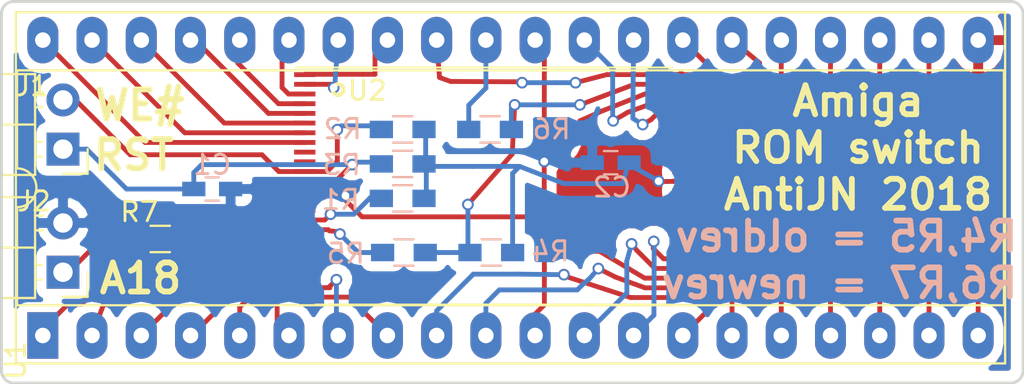
<source format=kicad_pcb>
(kicad_pcb (version 4) (host pcbnew 4.0.7)

  (general
    (links 61)
    (no_connects 0)
    (area 112.414999 81.204999 173.8136 101.040001)
    (thickness 1.6)
    (drawings 14)
    (tracks 306)
    (zones 0)
    (modules 13)
    (nets 50)
  )

  (page A4)
  (layers
    (0 F.Cu signal hide)
    (31 B.Cu signal)
    (32 B.Adhes user)
    (33 F.Adhes user)
    (34 B.Paste user)
    (35 F.Paste user)
    (36 B.SilkS user)
    (37 F.SilkS user)
    (38 B.Mask user)
    (39 F.Mask user)
    (40 Dwgs.User user)
    (41 Cmts.User user)
    (42 Eco1.User user)
    (43 Eco2.User user)
    (44 Edge.Cuts user)
    (45 Margin user)
    (46 B.CrtYd user)
    (47 F.CrtYd user)
    (48 B.Fab user)
    (49 F.Fab user)
  )

  (setup
    (last_trace_width 0.25)
    (trace_clearance 0.2)
    (zone_clearance 0.508)
    (zone_45_only no)
    (trace_min 0.2)
    (segment_width 0.2)
    (edge_width 0.15)
    (via_size 0.6)
    (via_drill 0.4)
    (via_min_size 0.4)
    (via_min_drill 0.3)
    (uvia_size 0.3)
    (uvia_drill 0.1)
    (uvias_allowed no)
    (uvia_min_size 0.2)
    (uvia_min_drill 0.1)
    (pcb_text_width 0.3)
    (pcb_text_size 1.5 1.5)
    (mod_edge_width 0.15)
    (mod_text_size 1 1)
    (mod_text_width 0.15)
    (pad_size 1.524 1.524)
    (pad_drill 0.762)
    (pad_to_mask_clearance 0.2)
    (aux_axis_origin 0 0)
    (visible_elements 7FFEFFFF)
    (pcbplotparams
      (layerselection 0x010f0_80000001)
      (usegerberextensions false)
      (excludeedgelayer true)
      (linewidth 0.100000)
      (plotframeref false)
      (viasonmask false)
      (mode 1)
      (useauxorigin false)
      (hpglpennumber 1)
      (hpglpenspeed 20)
      (hpglpendiameter 15)
      (hpglpenoverlay 2)
      (psnegative false)
      (psa4output false)
      (plotreference true)
      (plotvalue false)
      (plotinvisibletext false)
      (padsonsilk false)
      (subtractmaskfromsilk false)
      (outputformat 1)
      (mirror false)
      (drillshape 0)
      (scaleselection 1)
      (outputdirectory ""))
  )

  (net 0 "")
  (net 1 VCC)
  (net 2 GND)
  (net 3 CE#)
  (net 4 BYTE#)
  (net 5 OE#)
  (net 6 WE#)
  (net 7 RESET)
  (net 8 /A17)
  (net 9 /A7)
  (net 10 /D4)
  (net 11 /A6)
  (net 12 /D12)
  (net 13 /A5)
  (net 14 /D5)
  (net 15 /A4)
  (net 16 /D13)
  (net 17 /A3)
  (net 18 /D6)
  (net 19 /A2)
  (net 20 /D14)
  (net 21 /A1)
  (net 22 /D7)
  (net 23 /A0)
  (net 24 /D15)
  (net 25 /A16)
  (net 26 /D0)
  (net 27 /A15)
  (net 28 /D8)
  (net 29 /A14)
  (net 30 /D1)
  (net 31 /A13)
  (net 32 /D9)
  (net 33 /A12)
  (net 34 /D2)
  (net 35 /A11)
  (net 36 /D10)
  (net 37 /A10)
  (net 38 /D3)
  (net 39 /A9)
  (net 40 /D11)
  (net 41 /A8)
  (net 42 A18)
  (net 43 /BYTESOCK)
  (net 44 /A17SOCK)
  (net 45 /NC1)
  (net 46 /NC2)
  (net 47 /NC3)
  (net 48 /NC4)
  (net 49 /RYBY)

  (net_class Default "This is the default net class."
    (clearance 0.2)
    (trace_width 0.25)
    (via_dia 0.6)
    (via_drill 0.4)
    (uvia_dia 0.3)
    (uvia_drill 0.1)
    (add_net /A0)
    (add_net /A1)
    (add_net /A10)
    (add_net /A11)
    (add_net /A12)
    (add_net /A13)
    (add_net /A14)
    (add_net /A15)
    (add_net /A16)
    (add_net /A17)
    (add_net /A17SOCK)
    (add_net /A2)
    (add_net /A3)
    (add_net /A4)
    (add_net /A5)
    (add_net /A6)
    (add_net /A7)
    (add_net /A8)
    (add_net /A9)
    (add_net /BYTESOCK)
    (add_net /D0)
    (add_net /D1)
    (add_net /D10)
    (add_net /D11)
    (add_net /D12)
    (add_net /D13)
    (add_net /D14)
    (add_net /D15)
    (add_net /D2)
    (add_net /D3)
    (add_net /D4)
    (add_net /D5)
    (add_net /D6)
    (add_net /D7)
    (add_net /D8)
    (add_net /D9)
    (add_net /NC1)
    (add_net /NC2)
    (add_net /NC3)
    (add_net /NC4)
    (add_net /RYBY)
    (add_net A18)
    (add_net BYTE#)
    (add_net CE#)
    (add_net GND)
    (add_net OE#)
    (add_net RESET)
    (add_net VCC)
    (add_net WE#)
  )

  (module Housings_DIP:DIP-40_W15.24mm_Socket_LongPads (layer F.Cu) (tedit 5AC67752) (tstamp 5AC4E20F)
    (at 122.1486 98.5139 90)
    (descr "40-lead though-hole mounted DIP package, row spacing 15.24 mm (600 mils), Socket, LongPads")
    (tags "THT DIP DIL PDIP 2.54mm 15.24mm 600mil Socket LongPads")
    (path /5AC4CBD8)
    (fp_text reference U1 (at -1.2827 -1.397 90) (layer F.SilkS)
      (effects (font (size 1 1) (thickness 0.15)))
    )
    (fp_text value AT27C400 (at 7.62 50.59 90) (layer F.Fab)
      (effects (font (size 1 1) (thickness 0.15)))
    )
    (fp_arc (start 7.62 -1.33) (end 6.62 -1.33) (angle -180) (layer F.SilkS) (width 0.12))
    (fp_line (start 1.255 -1.27) (end 14.985 -1.27) (layer F.Fab) (width 0.1))
    (fp_line (start 14.985 -1.27) (end 14.985 49.53) (layer F.Fab) (width 0.1))
    (fp_line (start 14.985 49.53) (end 0.255 49.53) (layer F.Fab) (width 0.1))
    (fp_line (start 0.255 49.53) (end 0.255 -0.27) (layer F.Fab) (width 0.1))
    (fp_line (start 0.255 -0.27) (end 1.255 -1.27) (layer F.Fab) (width 0.1))
    (fp_line (start -1.27 -1.33) (end -1.27 49.59) (layer F.Fab) (width 0.1))
    (fp_line (start -1.27 49.59) (end 16.51 49.59) (layer F.Fab) (width 0.1))
    (fp_line (start 16.51 49.59) (end 16.51 -1.33) (layer F.Fab) (width 0.1))
    (fp_line (start 16.51 -1.33) (end -1.27 -1.33) (layer F.Fab) (width 0.1))
    (fp_line (start 6.62 -1.33) (end 1.56 -1.33) (layer F.SilkS) (width 0.12))
    (fp_line (start 1.56 -1.33) (end 1.56 49.59) (layer F.SilkS) (width 0.12))
    (fp_line (start 1.56 49.59) (end 13.68 49.59) (layer F.SilkS) (width 0.12))
    (fp_line (start 13.68 49.59) (end 13.68 -1.33) (layer F.SilkS) (width 0.12))
    (fp_line (start 13.68 -1.33) (end 8.62 -1.33) (layer F.SilkS) (width 0.12))
    (fp_line (start -1.44 -1.39) (end -1.44 49.65) (layer F.SilkS) (width 0.12))
    (fp_line (start -1.44 49.65) (end 16.68 49.65) (layer F.SilkS) (width 0.12))
    (fp_line (start 16.68 49.65) (end 16.68 -1.39) (layer F.SilkS) (width 0.12))
    (fp_line (start 16.68 -1.39) (end -1.44 -1.39) (layer F.SilkS) (width 0.12))
    (fp_line (start -1.55 -1.6) (end -1.55 49.85) (layer F.CrtYd) (width 0.05))
    (fp_line (start -1.55 49.85) (end 16.8 49.85) (layer F.CrtYd) (width 0.05))
    (fp_line (start 16.8 49.85) (end 16.8 -1.6) (layer F.CrtYd) (width 0.05))
    (fp_line (start 16.8 -1.6) (end -1.55 -1.6) (layer F.CrtYd) (width 0.05))
    (fp_text user %R (at 3.8989 0.4064 90) (layer F.Fab)
      (effects (font (size 1 1) (thickness 0.15)))
    )
    (pad 1 thru_hole rect (at 0 0 90) (size 2.4 1.6) (drill 0.8) (layers *.Cu *.Mask)
      (net 44 /A17SOCK))
    (pad 21 thru_hole oval (at 15.24 48.26 90) (size 2.4 1.6) (drill 0.8) (layers *.Cu *.Mask)
      (net 1 VCC))
    (pad 2 thru_hole oval (at 0 2.54 90) (size 2.4 1.6) (drill 0.8) (layers *.Cu *.Mask)
      (net 9 /A7))
    (pad 22 thru_hole oval (at 15.24 45.72 90) (size 2.4 1.6) (drill 0.8) (layers *.Cu *.Mask)
      (net 10 /D4))
    (pad 3 thru_hole oval (at 0 5.08 90) (size 2.4 1.6) (drill 0.8) (layers *.Cu *.Mask)
      (net 11 /A6))
    (pad 23 thru_hole oval (at 15.24 43.18 90) (size 2.4 1.6) (drill 0.8) (layers *.Cu *.Mask)
      (net 12 /D12))
    (pad 4 thru_hole oval (at 0 7.62 90) (size 2.4 1.6) (drill 0.8) (layers *.Cu *.Mask)
      (net 13 /A5))
    (pad 24 thru_hole oval (at 15.24 40.64 90) (size 2.4 1.6) (drill 0.8) (layers *.Cu *.Mask)
      (net 14 /D5))
    (pad 5 thru_hole oval (at 0 10.16 90) (size 2.4 1.6) (drill 0.8) (layers *.Cu *.Mask)
      (net 15 /A4))
    (pad 25 thru_hole oval (at 15.24 38.1 90) (size 2.4 1.6) (drill 0.8) (layers *.Cu *.Mask)
      (net 16 /D13))
    (pad 6 thru_hole oval (at 0 12.7 90) (size 2.4 1.6) (drill 0.8) (layers *.Cu *.Mask)
      (net 17 /A3))
    (pad 26 thru_hole oval (at 15.24 35.56 90) (size 2.4 1.6) (drill 0.8) (layers *.Cu *.Mask)
      (net 18 /D6))
    (pad 7 thru_hole oval (at 0 15.24 90) (size 2.4 1.6) (drill 0.8) (layers *.Cu *.Mask)
      (net 19 /A2))
    (pad 27 thru_hole oval (at 15.24 33.02 90) (size 2.4 1.6) (drill 0.8) (layers *.Cu *.Mask)
      (net 20 /D14))
    (pad 8 thru_hole oval (at 0 17.78 90) (size 2.4 1.6) (drill 0.8) (layers *.Cu *.Mask)
      (net 21 /A1))
    (pad 28 thru_hole oval (at 15.24 30.48 90) (size 2.4 1.6) (drill 0.8) (layers *.Cu *.Mask)
      (net 22 /D7))
    (pad 9 thru_hole oval (at 0 20.32 90) (size 2.4 1.6) (drill 0.8) (layers *.Cu *.Mask)
      (net 23 /A0))
    (pad 29 thru_hole oval (at 15.24 27.94 90) (size 2.4 1.6) (drill 0.8) (layers *.Cu *.Mask)
      (net 24 /D15))
    (pad 10 thru_hole oval (at 0 22.86 90) (size 2.4 1.6) (drill 0.8) (layers *.Cu *.Mask)
      (net 3 CE#))
    (pad 30 thru_hole oval (at 15.24 25.4 90) (size 2.4 1.6) (drill 0.8) (layers *.Cu *.Mask)
      (net 2 GND))
    (pad 11 thru_hole oval (at 0 25.4 90) (size 2.4 1.6) (drill 0.8) (layers *.Cu *.Mask)
      (net 2 GND))
    (pad 31 thru_hole oval (at 15.24 22.86 90) (size 2.4 1.6) (drill 0.8) (layers *.Cu *.Mask)
      (net 43 /BYTESOCK))
    (pad 12 thru_hole oval (at 0 27.94 90) (size 2.4 1.6) (drill 0.8) (layers *.Cu *.Mask)
      (net 5 OE#))
    (pad 32 thru_hole oval (at 15.24 20.32 90) (size 2.4 1.6) (drill 0.8) (layers *.Cu *.Mask)
      (net 25 /A16))
    (pad 13 thru_hole oval (at 0 30.48 90) (size 2.4 1.6) (drill 0.8) (layers *.Cu *.Mask)
      (net 26 /D0))
    (pad 33 thru_hole oval (at 15.24 17.78 90) (size 2.4 1.6) (drill 0.8) (layers *.Cu *.Mask)
      (net 27 /A15))
    (pad 14 thru_hole oval (at 0 33.02 90) (size 2.4 1.6) (drill 0.8) (layers *.Cu *.Mask)
      (net 28 /D8))
    (pad 34 thru_hole oval (at 15.24 15.24 90) (size 2.4 1.6) (drill 0.8) (layers *.Cu *.Mask)
      (net 29 /A14))
    (pad 15 thru_hole oval (at 0 35.56 90) (size 2.4 1.6) (drill 0.8) (layers *.Cu *.Mask)
      (net 30 /D1))
    (pad 35 thru_hole oval (at 15.24 12.7 90) (size 2.4 1.6) (drill 0.8) (layers *.Cu *.Mask)
      (net 31 /A13))
    (pad 16 thru_hole oval (at 0 38.1 90) (size 2.4 1.6) (drill 0.8) (layers *.Cu *.Mask)
      (net 32 /D9))
    (pad 36 thru_hole oval (at 15.24 10.16 90) (size 2.4 1.6) (drill 0.8) (layers *.Cu *.Mask)
      (net 33 /A12))
    (pad 17 thru_hole oval (at 0 40.64 90) (size 2.4 1.6) (drill 0.8) (layers *.Cu *.Mask)
      (net 34 /D2))
    (pad 37 thru_hole oval (at 15.24 7.62 90) (size 2.4 1.6) (drill 0.8) (layers *.Cu *.Mask)
      (net 35 /A11))
    (pad 18 thru_hole oval (at 0 43.18 90) (size 2.4 1.6) (drill 0.8) (layers *.Cu *.Mask)
      (net 36 /D10))
    (pad 38 thru_hole oval (at 15.24 5.08 90) (size 2.4 1.6) (drill 0.8) (layers *.Cu *.Mask)
      (net 37 /A10))
    (pad 19 thru_hole oval (at 0 45.72 90) (size 2.4 1.6) (drill 0.8) (layers *.Cu *.Mask)
      (net 38 /D3))
    (pad 39 thru_hole oval (at 15.24 2.54 90) (size 2.4 1.6) (drill 0.8) (layers *.Cu *.Mask)
      (net 39 /A9))
    (pad 20 thru_hole oval (at 0 48.26 90) (size 2.4 1.6) (drill 0.8) (layers *.Cu *.Mask)
      (net 40 /D11))
    (pad 40 thru_hole oval (at 15.24 0 90) (size 2.4 1.6) (drill 0.8) (layers *.Cu *.Mask)
      (net 41 /A8))
    (model ${KISYS3DMOD}/Housings_DIP.3dshapes/DIP-40_W15.24mm_Socket.wrl
      (at (xyz 0 0 0))
      (scale (xyz 1 1 1))
      (rotate (xyz 0 0 0))
    )
  )

  (module Housings_SSOP:TSOP-I-48_18.4x12mm_Pitch0.5mm (layer F.Cu) (tedit 5AC67761) (tstamp 5AC4E243)
    (at 145.415 90.805)
    (descr "TSOP I, 32 pins, 18.4x8mm body (https://www.micron.com/~/media/documents/products/technical-note/nor-flash/tn1225_land_pad_design.pdf)")
    (tags "TSOP I 32")
    (path /5AC48C5E)
    (attr smd)
    (fp_text reference U2 (at -6.5278 -4.9276) (layer F.SilkS)
      (effects (font (size 1 1) (thickness 0.15)))
    )
    (fp_text value MX29F800 (at 0 7) (layer F.Fab)
      (effects (font (size 1 1) (thickness 0.15)))
    )
    (fp_line (start -10.55 6.25) (end -10.55 -6.25) (layer F.CrtYd) (width 0.05))
    (fp_line (start 10.55 6.25) (end -10.55 6.25) (layer F.CrtYd) (width 0.05))
    (fp_line (start 10.55 -6.25) (end 10.55 6.25) (layer F.CrtYd) (width 0.05))
    (fp_line (start -10.55 -6.25) (end 10.55 -6.25) (layer F.CrtYd) (width 0.05))
    (fp_line (start -9.2 6.12) (end 9.2 6.12) (layer F.SilkS) (width 0.12))
    (fp_line (start 9.2 -6.12) (end -10.2 -6.12) (layer F.SilkS) (width 0.1))
    (fp_line (start -8.2 -6) (end -9.2 -5) (layer F.Fab) (width 0.1))
    (fp_text user %R (at -1.27 0) (layer F.Fab)
      (effects (font (size 1 1) (thickness 0.15)))
    )
    (fp_line (start 9.2 -6) (end 9.2 6) (layer F.Fab) (width 0.1))
    (fp_line (start 9.2 6) (end -9.2 6) (layer F.Fab) (width 0.1))
    (fp_line (start -9.2 6) (end -9.2 -5) (layer F.Fab) (width 0.1))
    (fp_line (start -8.2 -6) (end 9.2 -6) (layer F.Fab) (width 0.1))
    (pad 1 smd rect (at -9.75 -5.75) (size 1.1 0.25) (layers F.Cu F.Paste F.Mask)
      (net 27 /A15))
    (pad 25 smd rect (at 9.75 5.75) (size 1.1 0.25) (layers F.Cu F.Paste F.Mask)
      (net 23 /A0))
    (pad 2 smd rect (at -9.75 -5.25) (size 1.1 0.25) (layers F.Cu F.Paste F.Mask)
      (net 29 /A14))
    (pad 3 smd rect (at -9.75 -4.75) (size 1.1 0.25) (layers F.Cu F.Paste F.Mask)
      (net 31 /A13))
    (pad 4 smd rect (at -9.75 -4.25) (size 1.1 0.25) (layers F.Cu F.Paste F.Mask)
      (net 33 /A12))
    (pad 5 smd rect (at -9.75 -3.75) (size 1.1 0.25) (layers F.Cu F.Paste F.Mask)
      (net 35 /A11))
    (pad 6 smd rect (at -9.75 -3.25) (size 1.1 0.25) (layers F.Cu F.Paste F.Mask)
      (net 37 /A10))
    (pad 7 smd rect (at -9.75 -2.75) (size 1.1 0.25) (layers F.Cu F.Paste F.Mask)
      (net 39 /A9))
    (pad 8 smd rect (at -9.75 -2.25) (size 1.1 0.25) (layers F.Cu F.Paste F.Mask)
      (net 41 /A8))
    (pad 9 smd rect (at -9.75 -1.75) (size 1.1 0.25) (layers F.Cu F.Paste F.Mask)
      (net 45 /NC1))
    (pad 10 smd rect (at -9.75 -1.25) (size 1.1 0.25) (layers F.Cu F.Paste F.Mask)
      (net 46 /NC2))
    (pad 11 smd rect (at -9.75 -0.75) (size 1.1 0.25) (layers F.Cu F.Paste F.Mask)
      (net 6 WE#))
    (pad 12 smd rect (at -9.75 -0.25) (size 1.1 0.25) (layers F.Cu F.Paste F.Mask)
      (net 7 RESET))
    (pad 13 smd rect (at -9.75 0.25) (size 1.1 0.25) (layers F.Cu F.Paste F.Mask)
      (net 47 /NC3))
    (pad 14 smd rect (at -9.75 0.75) (size 1.1 0.25) (layers F.Cu F.Paste F.Mask)
      (net 48 /NC4))
    (pad 15 smd rect (at -9.75 1.25) (size 1.1 0.25) (layers F.Cu F.Paste F.Mask)
      (net 49 /RYBY))
    (pad 16 smd rect (at -9.75 1.75) (size 1.1 0.25) (layers F.Cu F.Paste F.Mask)
      (net 42 A18))
    (pad 17 smd rect (at -9.75 2.25) (size 1.1 0.25) (layers F.Cu F.Paste F.Mask)
      (net 8 /A17))
    (pad 18 smd rect (at -9.75 2.75) (size 1.1 0.25) (layers F.Cu F.Paste F.Mask)
      (net 9 /A7))
    (pad 19 smd rect (at -9.75 3.25) (size 1.1 0.25) (layers F.Cu F.Paste F.Mask)
      (net 11 /A6))
    (pad 20 smd rect (at -9.75 3.75) (size 1.1 0.25) (layers F.Cu F.Paste F.Mask)
      (net 13 /A5))
    (pad 21 smd rect (at -9.75 4.25) (size 1.1 0.25) (layers F.Cu F.Paste F.Mask)
      (net 15 /A4))
    (pad 22 smd rect (at -9.75 4.75) (size 1.1 0.25) (layers F.Cu F.Paste F.Mask)
      (net 17 /A3))
    (pad 23 smd rect (at -9.75 5.25) (size 1.1 0.25) (layers F.Cu F.Paste F.Mask)
      (net 19 /A2))
    (pad 24 smd rect (at -9.75 5.75) (size 1.1 0.25) (layers F.Cu F.Paste F.Mask)
      (net 21 /A1))
    (pad 26 smd rect (at 9.75 5.25) (size 1.1 0.25) (layers F.Cu F.Paste F.Mask)
      (net 3 CE#))
    (pad 27 smd rect (at 9.75 4.75) (size 1.1 0.25) (layers F.Cu F.Paste F.Mask)
      (net 2 GND))
    (pad 28 smd rect (at 9.75 4.25) (size 1.1 0.25) (layers F.Cu F.Paste F.Mask)
      (net 5 OE#))
    (pad 29 smd rect (at 9.75 3.75) (size 1.1 0.25) (layers F.Cu F.Paste F.Mask)
      (net 26 /D0))
    (pad 30 smd rect (at 9.75 3.25) (size 1.1 0.25) (layers F.Cu F.Paste F.Mask)
      (net 28 /D8))
    (pad 31 smd rect (at 9.75 2.75) (size 1.1 0.25) (layers F.Cu F.Paste F.Mask)
      (net 30 /D1))
    (pad 32 smd rect (at 9.75 2.25) (size 1.1 0.25) (layers F.Cu F.Paste F.Mask)
      (net 32 /D9))
    (pad 33 smd rect (at 9.75 1.75) (size 1.1 0.25) (layers F.Cu F.Paste F.Mask)
      (net 34 /D2))
    (pad 34 smd rect (at 9.75 1.25) (size 1.1 0.25) (layers F.Cu F.Paste F.Mask)
      (net 36 /D10))
    (pad 35 smd rect (at 9.75 0.75) (size 1.1 0.25) (layers F.Cu F.Paste F.Mask)
      (net 38 /D3))
    (pad 36 smd rect (at 9.75 0.25) (size 1.1 0.25) (layers F.Cu F.Paste F.Mask)
      (net 40 /D11))
    (pad 37 smd rect (at 9.75 -0.25) (size 1.1 0.25) (layers F.Cu F.Paste F.Mask)
      (net 1 VCC))
    (pad 38 smd rect (at 9.75 -0.75) (size 1.1 0.25) (layers F.Cu F.Paste F.Mask)
      (net 10 /D4))
    (pad 39 smd rect (at 9.75 -1.25) (size 1.1 0.25) (layers F.Cu F.Paste F.Mask)
      (net 12 /D12))
    (pad 40 smd rect (at 9.75 -1.75) (size 1.1 0.25) (layers F.Cu F.Paste F.Mask)
      (net 14 /D5))
    (pad 41 smd rect (at 9.75 -2.25) (size 1.1 0.25) (layers F.Cu F.Paste F.Mask)
      (net 16 /D13))
    (pad 42 smd rect (at 9.75 -2.75) (size 1.1 0.25) (layers F.Cu F.Paste F.Mask)
      (net 18 /D6))
    (pad 43 smd rect (at 9.75 -3.25) (size 1.1 0.25) (layers F.Cu F.Paste F.Mask)
      (net 20 /D14))
    (pad 44 smd rect (at 9.75 -3.75) (size 1.1 0.25) (layers F.Cu F.Paste F.Mask)
      (net 22 /D7))
    (pad 45 smd rect (at 9.75 -4.25) (size 1.1 0.25) (layers F.Cu F.Paste F.Mask)
      (net 24 /D15))
    (pad 46 smd rect (at 9.75 -4.75) (size 1.1 0.25) (layers F.Cu F.Paste F.Mask)
      (net 2 GND))
    (pad 47 smd rect (at 9.75 -5.25) (size 1.1 0.25) (layers F.Cu F.Paste F.Mask)
      (net 4 BYTE#))
    (pad 48 smd rect (at 9.75 -5.75) (size 1.1 0.25) (layers F.Cu F.Paste F.Mask)
      (net 25 /A16))
    (model ${KISYS3DMOD}/Housings_SSOP.3dshapes/TSOP-I-48_18.4x12mm_Pitch0.5mm.wrl
      (at (xyz 0 0 0))
      (scale (xyz 1 1 1))
      (rotate (xyz 0 0 0))
    )
  )

  (module Capacitors_SMD:C_0603_HandSoldering (layer B.Cu) (tedit 58AA848B) (tstamp 5AC65F35)
    (at 130.88874 90.9574 180)
    (descr "Capacitor SMD 0603, hand soldering")
    (tags "capacitor 0603")
    (path /5AC536C6)
    (attr smd)
    (fp_text reference C1 (at 0 1.25 180) (layer B.SilkS)
      (effects (font (size 1 1) (thickness 0.15)) (justify mirror))
    )
    (fp_text value 0.1uF (at 0 -1.5 180) (layer B.Fab)
      (effects (font (size 1 1) (thickness 0.15)) (justify mirror))
    )
    (fp_text user %R (at 0 1.25 180) (layer B.Fab)
      (effects (font (size 1 1) (thickness 0.15)) (justify mirror))
    )
    (fp_line (start -0.8 -0.4) (end -0.8 0.4) (layer B.Fab) (width 0.1))
    (fp_line (start 0.8 -0.4) (end -0.8 -0.4) (layer B.Fab) (width 0.1))
    (fp_line (start 0.8 0.4) (end 0.8 -0.4) (layer B.Fab) (width 0.1))
    (fp_line (start -0.8 0.4) (end 0.8 0.4) (layer B.Fab) (width 0.1))
    (fp_line (start -0.35 0.6) (end 0.35 0.6) (layer B.SilkS) (width 0.12))
    (fp_line (start 0.35 -0.6) (end -0.35 -0.6) (layer B.SilkS) (width 0.12))
    (fp_line (start -1.8 0.65) (end 1.8 0.65) (layer B.CrtYd) (width 0.05))
    (fp_line (start -1.8 0.65) (end -1.8 -0.65) (layer B.CrtYd) (width 0.05))
    (fp_line (start 1.8 -0.65) (end 1.8 0.65) (layer B.CrtYd) (width 0.05))
    (fp_line (start 1.8 -0.65) (end -1.8 -0.65) (layer B.CrtYd) (width 0.05))
    (pad 1 smd rect (at -0.95 0 180) (size 1.2 0.75) (layers B.Cu B.Paste B.Mask)
      (net 2 GND))
    (pad 2 smd rect (at 0.95 0 180) (size 1.2 0.75) (layers B.Cu B.Paste B.Mask)
      (net 7 RESET))
    (model Capacitors_SMD.3dshapes/C_0603.wrl
      (at (xyz 0 0 0))
      (scale (xyz 1 1 1))
      (rotate (xyz 0 0 0))
    )
  )

  (module Capacitors_SMD:C_0603_HandSoldering (layer B.Cu) (tedit 5AC8DB6B) (tstamp 5AC65F3B)
    (at 151.4475 89.5985)
    (descr "Capacitor SMD 0603, hand soldering")
    (tags "capacitor 0603")
    (path /5AC54B5C)
    (attr smd)
    (fp_text reference C2 (at 0.0635 1.27) (layer B.SilkS)
      (effects (font (size 1 1) (thickness 0.15)) (justify mirror))
    )
    (fp_text value 0.1uF (at 0 -1.5) (layer B.Fab)
      (effects (font (size 1 1) (thickness 0.15)) (justify mirror))
    )
    (fp_text user %R (at 0 1.25) (layer B.Fab)
      (effects (font (size 1 1) (thickness 0.15)) (justify mirror))
    )
    (fp_line (start -0.8 -0.4) (end -0.8 0.4) (layer B.Fab) (width 0.1))
    (fp_line (start 0.8 -0.4) (end -0.8 -0.4) (layer B.Fab) (width 0.1))
    (fp_line (start 0.8 0.4) (end 0.8 -0.4) (layer B.Fab) (width 0.1))
    (fp_line (start -0.8 0.4) (end 0.8 0.4) (layer B.Fab) (width 0.1))
    (fp_line (start -0.35 0.6) (end 0.35 0.6) (layer B.SilkS) (width 0.12))
    (fp_line (start 0.35 -0.6) (end -0.35 -0.6) (layer B.SilkS) (width 0.12))
    (fp_line (start -1.8 0.65) (end 1.8 0.65) (layer B.CrtYd) (width 0.05))
    (fp_line (start -1.8 0.65) (end -1.8 -0.65) (layer B.CrtYd) (width 0.05))
    (fp_line (start 1.8 -0.65) (end 1.8 0.65) (layer B.CrtYd) (width 0.05))
    (fp_line (start 1.8 -0.65) (end -1.8 -0.65) (layer B.CrtYd) (width 0.05))
    (pad 1 smd rect (at -0.95 0) (size 1.2 0.75) (layers B.Cu B.Paste B.Mask)
      (net 2 GND))
    (pad 2 smd rect (at 0.95 0) (size 1.2 0.75) (layers B.Cu B.Paste B.Mask)
      (net 1 VCC))
    (model Capacitors_SMD.3dshapes/C_0603.wrl
      (at (xyz 0 0 0))
      (scale (xyz 1 1 1))
      (rotate (xyz 0 0 0))
    )
  )

  (module Pin_Headers:Pin_Header_Angled_1x02_Pitch2.54mm (layer F.Cu) (tedit 5AC6769A) (tstamp 5AC65F41)
    (at 123.19 88.9 180)
    (descr "Through hole angled pin header, 1x02, 2.54mm pitch, 6mm pin length, single row")
    (tags "Through hole angled pin header THT 1x02 2.54mm single row")
    (path /5AC524EE)
    (fp_text reference J1 (at 1.6002 3.2512 180) (layer F.SilkS)
      (effects (font (size 1 1) (thickness 0.15)))
    )
    (fp_text value PROG (at -3.6322 2.413 180) (layer F.Fab)
      (effects (font (size 1 1) (thickness 0.15)))
    )
    (fp_line (start 2.135 -1.27) (end 4.04 -1.27) (layer F.Fab) (width 0.1))
    (fp_line (start 4.04 -1.27) (end 4.04 3.81) (layer F.Fab) (width 0.1))
    (fp_line (start 4.04 3.81) (end 1.5 3.81) (layer F.Fab) (width 0.1))
    (fp_line (start 1.5 3.81) (end 1.5 -0.635) (layer F.Fab) (width 0.1))
    (fp_line (start 1.5 -0.635) (end 2.135 -1.27) (layer F.Fab) (width 0.1))
    (fp_line (start -0.32 -0.32) (end 1.5 -0.32) (layer F.Fab) (width 0.1))
    (fp_line (start -0.32 -0.32) (end -0.32 0.32) (layer F.Fab) (width 0.1))
    (fp_line (start -0.32 0.32) (end 1.5 0.32) (layer F.Fab) (width 0.1))
    (fp_line (start 4.04 -0.32) (end 10.04 -0.32) (layer F.Fab) (width 0.1))
    (fp_line (start 10.04 -0.32) (end 10.04 0.32) (layer F.Fab) (width 0.1))
    (fp_line (start 4.04 0.32) (end 10.04 0.32) (layer F.Fab) (width 0.1))
    (fp_line (start -0.32 2.22) (end 1.5 2.22) (layer F.Fab) (width 0.1))
    (fp_line (start -0.32 2.22) (end -0.32 2.86) (layer F.Fab) (width 0.1))
    (fp_line (start -0.32 2.86) (end 1.5 2.86) (layer F.Fab) (width 0.1))
    (fp_line (start 4.04 2.22) (end 10.04 2.22) (layer F.Fab) (width 0.1))
    (fp_line (start 10.04 2.22) (end 10.04 2.86) (layer F.Fab) (width 0.1))
    (fp_line (start 4.04 2.86) (end 10.04 2.86) (layer F.Fab) (width 0.1))
    (fp_line (start 1.44 -1.33) (end 1.44 3.87) (layer F.SilkS) (width 0.12))
    (fp_line (start 1.44 3.87) (end 4.1 3.87) (layer F.SilkS) (width 0.12))
    (fp_line (start 4.1 3.87) (end 4.1 -1.33) (layer F.SilkS) (width 0.12))
    (fp_line (start 4.1 -1.33) (end 1.44 -1.33) (layer F.SilkS) (width 0.12))
    (fp_line (start 4.1 -0.38) (end 10.1 -0.38) (layer F.SilkS) (width 0.12))
    (fp_line (start 10.1 -0.38) (end 10.1 0.38) (layer F.SilkS) (width 0.12))
    (fp_line (start 10.1 0.38) (end 4.1 0.38) (layer F.SilkS) (width 0.12))
    (fp_line (start 4.1 -0.32) (end 10.1 -0.32) (layer F.SilkS) (width 0.12))
    (fp_line (start 4.1 -0.2) (end 10.1 -0.2) (layer F.SilkS) (width 0.12))
    (fp_line (start 4.1 -0.08) (end 10.1 -0.08) (layer F.SilkS) (width 0.12))
    (fp_line (start 4.1 0.04) (end 10.1 0.04) (layer F.SilkS) (width 0.12))
    (fp_line (start 4.1 0.16) (end 10.1 0.16) (layer F.SilkS) (width 0.12))
    (fp_line (start 4.1 0.28) (end 10.1 0.28) (layer F.SilkS) (width 0.12))
    (fp_line (start 1.11 -0.38) (end 1.44 -0.38) (layer F.SilkS) (width 0.12))
    (fp_line (start 1.11 0.38) (end 1.44 0.38) (layer F.SilkS) (width 0.12))
    (fp_line (start 1.44 1.27) (end 4.1 1.27) (layer F.SilkS) (width 0.12))
    (fp_line (start 4.1 2.16) (end 10.1 2.16) (layer F.SilkS) (width 0.12))
    (fp_line (start 10.1 2.16) (end 10.1 2.92) (layer F.SilkS) (width 0.12))
    (fp_line (start 10.1 2.92) (end 4.1 2.92) (layer F.SilkS) (width 0.12))
    (fp_line (start 1.042929 2.16) (end 1.44 2.16) (layer F.SilkS) (width 0.12))
    (fp_line (start 1.042929 2.92) (end 1.44 2.92) (layer F.SilkS) (width 0.12))
    (fp_line (start -1.27 0) (end -1.27 -1.27) (layer F.SilkS) (width 0.12))
    (fp_line (start -1.27 -1.27) (end 0 -1.27) (layer F.SilkS) (width 0.12))
    (fp_line (start -1.8 -1.8) (end -1.8 4.35) (layer F.CrtYd) (width 0.05))
    (fp_line (start -1.8 4.35) (end 10.55 4.35) (layer F.CrtYd) (width 0.05))
    (fp_line (start 10.55 4.35) (end 10.55 -1.8) (layer F.CrtYd) (width 0.05))
    (fp_line (start 10.55 -1.8) (end -1.8 -1.8) (layer F.CrtYd) (width 0.05))
    (fp_text user %R (at 2.77 1.27 270) (layer F.Fab)
      (effects (font (size 1 1) (thickness 0.15)))
    )
    (pad 1 thru_hole rect (at 0 0 180) (size 1.7 1.7) (drill 1) (layers *.Cu *.Mask)
      (net 7 RESET))
    (pad 2 thru_hole oval (at 0 2.54 180) (size 1.7 1.7) (drill 1) (layers *.Cu *.Mask)
      (net 6 WE#))
    (model ${KISYS3DMOD}/Pin_Headers.3dshapes/Pin_Header_Angled_1x02_Pitch2.54mm.wrl
      (at (xyz 0 0 0))
      (scale (xyz 1 1 1))
      (rotate (xyz 0 0 0))
    )
  )

  (module Pin_Headers:Pin_Header_Angled_1x02_Pitch2.54mm (layer F.Cu) (tedit 5AC6769F) (tstamp 5AC65F47)
    (at 123.19 95.25 180)
    (descr "Through hole angled pin header, 1x02, 2.54mm pitch, 6mm pin length, single row")
    (tags "Through hole angled pin header THT 1x02 2.54mm single row")
    (path /5AC527E6)
    (fp_text reference J2 (at 1.4986 3.6576 180) (layer F.SilkS)
      (effects (font (size 1 1) (thickness 0.15)))
    )
    (fp_text value A18 (at -3.0734 0.0254 180) (layer F.Fab)
      (effects (font (size 1 1) (thickness 0.15)))
    )
    (fp_line (start 2.135 -1.27) (end 4.04 -1.27) (layer F.Fab) (width 0.1))
    (fp_line (start 4.04 -1.27) (end 4.04 3.81) (layer F.Fab) (width 0.1))
    (fp_line (start 4.04 3.81) (end 1.5 3.81) (layer F.Fab) (width 0.1))
    (fp_line (start 1.5 3.81) (end 1.5 -0.635) (layer F.Fab) (width 0.1))
    (fp_line (start 1.5 -0.635) (end 2.135 -1.27) (layer F.Fab) (width 0.1))
    (fp_line (start -0.32 -0.32) (end 1.5 -0.32) (layer F.Fab) (width 0.1))
    (fp_line (start -0.32 -0.32) (end -0.32 0.32) (layer F.Fab) (width 0.1))
    (fp_line (start -0.32 0.32) (end 1.5 0.32) (layer F.Fab) (width 0.1))
    (fp_line (start 4.04 -0.32) (end 10.04 -0.32) (layer F.Fab) (width 0.1))
    (fp_line (start 10.04 -0.32) (end 10.04 0.32) (layer F.Fab) (width 0.1))
    (fp_line (start 4.04 0.32) (end 10.04 0.32) (layer F.Fab) (width 0.1))
    (fp_line (start -0.32 2.22) (end 1.5 2.22) (layer F.Fab) (width 0.1))
    (fp_line (start -0.32 2.22) (end -0.32 2.86) (layer F.Fab) (width 0.1))
    (fp_line (start -0.32 2.86) (end 1.5 2.86) (layer F.Fab) (width 0.1))
    (fp_line (start 4.04 2.22) (end 10.04 2.22) (layer F.Fab) (width 0.1))
    (fp_line (start 10.04 2.22) (end 10.04 2.86) (layer F.Fab) (width 0.1))
    (fp_line (start 4.04 2.86) (end 10.04 2.86) (layer F.Fab) (width 0.1))
    (fp_line (start 1.44 -1.33) (end 1.44 3.87) (layer F.SilkS) (width 0.12))
    (fp_line (start 1.44 3.87) (end 4.1 3.87) (layer F.SilkS) (width 0.12))
    (fp_line (start 4.1 3.87) (end 4.1 -1.33) (layer F.SilkS) (width 0.12))
    (fp_line (start 4.1 -1.33) (end 1.44 -1.33) (layer F.SilkS) (width 0.12))
    (fp_line (start 4.1 -0.38) (end 10.1 -0.38) (layer F.SilkS) (width 0.12))
    (fp_line (start 10.1 -0.38) (end 10.1 0.38) (layer F.SilkS) (width 0.12))
    (fp_line (start 10.1 0.38) (end 4.1 0.38) (layer F.SilkS) (width 0.12))
    (fp_line (start 4.1 -0.32) (end 10.1 -0.32) (layer F.SilkS) (width 0.12))
    (fp_line (start 4.1 -0.2) (end 10.1 -0.2) (layer F.SilkS) (width 0.12))
    (fp_line (start 4.1 -0.08) (end 10.1 -0.08) (layer F.SilkS) (width 0.12))
    (fp_line (start 4.1 0.04) (end 10.1 0.04) (layer F.SilkS) (width 0.12))
    (fp_line (start 4.1 0.16) (end 10.1 0.16) (layer F.SilkS) (width 0.12))
    (fp_line (start 4.1 0.28) (end 10.1 0.28) (layer F.SilkS) (width 0.12))
    (fp_line (start 1.11 -0.38) (end 1.44 -0.38) (layer F.SilkS) (width 0.12))
    (fp_line (start 1.11 0.38) (end 1.44 0.38) (layer F.SilkS) (width 0.12))
    (fp_line (start 1.44 1.27) (end 4.1 1.27) (layer F.SilkS) (width 0.12))
    (fp_line (start 4.1 2.16) (end 10.1 2.16) (layer F.SilkS) (width 0.12))
    (fp_line (start 10.1 2.16) (end 10.1 2.92) (layer F.SilkS) (width 0.12))
    (fp_line (start 10.1 2.92) (end 4.1 2.92) (layer F.SilkS) (width 0.12))
    (fp_line (start 1.042929 2.16) (end 1.44 2.16) (layer F.SilkS) (width 0.12))
    (fp_line (start 1.042929 2.92) (end 1.44 2.92) (layer F.SilkS) (width 0.12))
    (fp_line (start -1.27 0) (end -1.27 -1.27) (layer F.SilkS) (width 0.12))
    (fp_line (start -1.27 -1.27) (end 0 -1.27) (layer F.SilkS) (width 0.12))
    (fp_line (start -1.8 -1.8) (end -1.8 4.35) (layer F.CrtYd) (width 0.05))
    (fp_line (start -1.8 4.35) (end 10.55 4.35) (layer F.CrtYd) (width 0.05))
    (fp_line (start 10.55 4.35) (end 10.55 -1.8) (layer F.CrtYd) (width 0.05))
    (fp_line (start 10.55 -1.8) (end -1.8 -1.8) (layer F.CrtYd) (width 0.05))
    (fp_text user %R (at 2.77 1.27 270) (layer F.Fab)
      (effects (font (size 1 1) (thickness 0.15)))
    )
    (pad 1 thru_hole rect (at 0 0 180) (size 1.7 1.7) (drill 1) (layers *.Cu *.Mask)
      (net 42 A18))
    (pad 2 thru_hole oval (at 0 2.54 180) (size 1.7 1.7) (drill 1) (layers *.Cu *.Mask)
      (net 2 GND))
    (model ${KISYS3DMOD}/Pin_Headers.3dshapes/Pin_Header_Angled_1x02_Pitch2.54mm.wrl
      (at (xyz 0 0 0))
      (scale (xyz 1 1 1))
      (rotate (xyz 0 0 0))
    )
  )

  (module Resistors_SMD:R_0603_HandSoldering (layer B.Cu) (tedit 5AC66D90) (tstamp 5AC65F4D)
    (at 140.716 91.44 180)
    (descr "Resistor SMD 0603, hand soldering")
    (tags "resistor 0603")
    (path /5AC529AF)
    (attr smd)
    (fp_text reference R1 (at 3.2004 -0.0762 180) (layer B.SilkS)
      (effects (font (size 1 1) (thickness 0.15)) (justify mirror))
    )
    (fp_text value 4.7k (at 0 -1.55 180) (layer B.Fab)
      (effects (font (size 1 1) (thickness 0.15)) (justify mirror))
    )
    (fp_text user %R (at 0 0 180) (layer B.Fab)
      (effects (font (size 0.4 0.4) (thickness 0.075)) (justify mirror))
    )
    (fp_line (start -0.8 -0.4) (end -0.8 0.4) (layer B.Fab) (width 0.1))
    (fp_line (start 0.8 -0.4) (end -0.8 -0.4) (layer B.Fab) (width 0.1))
    (fp_line (start 0.8 0.4) (end 0.8 -0.4) (layer B.Fab) (width 0.1))
    (fp_line (start -0.8 0.4) (end 0.8 0.4) (layer B.Fab) (width 0.1))
    (fp_line (start 0.5 -0.68) (end -0.5 -0.68) (layer B.SilkS) (width 0.12))
    (fp_line (start -0.5 0.68) (end 0.5 0.68) (layer B.SilkS) (width 0.12))
    (fp_line (start -1.96 0.7) (end 1.95 0.7) (layer B.CrtYd) (width 0.05))
    (fp_line (start -1.96 0.7) (end -1.96 -0.7) (layer B.CrtYd) (width 0.05))
    (fp_line (start 1.95 -0.7) (end 1.95 0.7) (layer B.CrtYd) (width 0.05))
    (fp_line (start 1.95 -0.7) (end -1.96 -0.7) (layer B.CrtYd) (width 0.05))
    (pad 1 smd rect (at -1.1 0 180) (size 1.2 0.9) (layers B.Cu B.Paste B.Mask)
      (net 1 VCC))
    (pad 2 smd rect (at 1.1 0 180) (size 1.2 0.9) (layers B.Cu B.Paste B.Mask)
      (net 42 A18))
    (model ${KISYS3DMOD}/Resistors_SMD.3dshapes/R_0603.wrl
      (at (xyz 0 0 0))
      (scale (xyz 1 1 1))
      (rotate (xyz 0 0 0))
    )
  )

  (module Resistors_SMD:R_0603_HandSoldering (layer B.Cu) (tedit 5AC7E4BE) (tstamp 5AC65F53)
    (at 140.716 87.884 180)
    (descr "Resistor SMD 0603, hand soldering")
    (tags "resistor 0603")
    (path /5AC53437)
    (attr smd)
    (fp_text reference R2 (at 3.0988 0.0254 180) (layer B.SilkS)
      (effects (font (size 1 1) (thickness 0.15)) (justify mirror))
    )
    (fp_text value 4.7k (at 0 -1.55 180) (layer B.Fab)
      (effects (font (size 1 1) (thickness 0.15)) (justify mirror))
    )
    (fp_text user %R (at 0 0 180) (layer B.Fab)
      (effects (font (size 0.4 0.4) (thickness 0.075)) (justify mirror))
    )
    (fp_line (start -0.8 -0.4) (end -0.8 0.4) (layer B.Fab) (width 0.1))
    (fp_line (start 0.8 -0.4) (end -0.8 -0.4) (layer B.Fab) (width 0.1))
    (fp_line (start 0.8 0.4) (end 0.8 -0.4) (layer B.Fab) (width 0.1))
    (fp_line (start -0.8 0.4) (end 0.8 0.4) (layer B.Fab) (width 0.1))
    (fp_line (start 0.5 -0.68) (end -0.5 -0.68) (layer B.SilkS) (width 0.12))
    (fp_line (start -0.5 0.68) (end 0.5 0.68) (layer B.SilkS) (width 0.12))
    (fp_line (start -1.96 0.7) (end 1.95 0.7) (layer B.CrtYd) (width 0.05))
    (fp_line (start -1.96 0.7) (end -1.96 -0.7) (layer B.CrtYd) (width 0.05))
    (fp_line (start 1.95 -0.7) (end 1.95 0.7) (layer B.CrtYd) (width 0.05))
    (fp_line (start 1.95 -0.7) (end -1.96 -0.7) (layer B.CrtYd) (width 0.05))
    (pad 1 smd rect (at -1.1 0 180) (size 1.2 0.9) (layers B.Cu B.Paste B.Mask)
      (net 1 VCC))
    (pad 2 smd rect (at 1.1 0 180) (size 1.2 0.9) (layers B.Cu B.Paste B.Mask)
      (net 6 WE#))
    (model ${KISYS3DMOD}/Resistors_SMD.3dshapes/R_0603.wrl
      (at (xyz 0 0 0))
      (scale (xyz 1 1 1))
      (rotate (xyz 0 0 0))
    )
  )

  (module Resistors_SMD:R_0603_HandSoldering (layer B.Cu) (tedit 5AC66D95) (tstamp 5AC65F59)
    (at 140.716 89.662 180)
    (descr "Resistor SMD 0603, hand soldering")
    (tags "resistor 0603")
    (path /5AC537F0)
    (attr smd)
    (fp_text reference R3 (at 3.1496 -0.0508 180) (layer B.SilkS)
      (effects (font (size 1 1) (thickness 0.15)) (justify mirror))
    )
    (fp_text value 4.7k (at 0 -1.55 180) (layer B.Fab)
      (effects (font (size 1 1) (thickness 0.15)) (justify mirror))
    )
    (fp_text user %R (at 0 0 180) (layer B.Fab)
      (effects (font (size 0.4 0.4) (thickness 0.075)) (justify mirror))
    )
    (fp_line (start -0.8 -0.4) (end -0.8 0.4) (layer B.Fab) (width 0.1))
    (fp_line (start 0.8 -0.4) (end -0.8 -0.4) (layer B.Fab) (width 0.1))
    (fp_line (start 0.8 0.4) (end 0.8 -0.4) (layer B.Fab) (width 0.1))
    (fp_line (start -0.8 0.4) (end 0.8 0.4) (layer B.Fab) (width 0.1))
    (fp_line (start 0.5 -0.68) (end -0.5 -0.68) (layer B.SilkS) (width 0.12))
    (fp_line (start -0.5 0.68) (end 0.5 0.68) (layer B.SilkS) (width 0.12))
    (fp_line (start -1.96 0.7) (end 1.95 0.7) (layer B.CrtYd) (width 0.05))
    (fp_line (start -1.96 0.7) (end -1.96 -0.7) (layer B.CrtYd) (width 0.05))
    (fp_line (start 1.95 -0.7) (end 1.95 0.7) (layer B.CrtYd) (width 0.05))
    (fp_line (start 1.95 -0.7) (end -1.96 -0.7) (layer B.CrtYd) (width 0.05))
    (pad 1 smd rect (at -1.1 0 180) (size 1.2 0.9) (layers B.Cu B.Paste B.Mask)
      (net 1 VCC))
    (pad 2 smd rect (at 1.1 0 180) (size 1.2 0.9) (layers B.Cu B.Paste B.Mask)
      (net 7 RESET))
    (model ${KISYS3DMOD}/Resistors_SMD.3dshapes/R_0603.wrl
      (at (xyz 0 0 0))
      (scale (xyz 1 1 1))
      (rotate (xyz 0 0 0))
    )
  )

  (module Resistors_SMD:R_0603_HandSoldering (layer B.Cu) (tedit 5AC7EF6F) (tstamp 5AC65F5F)
    (at 145.288 94.234)
    (descr "Resistor SMD 0603, hand soldering")
    (tags "resistor 0603")
    (path /5AC54880)
    (attr smd)
    (fp_text reference R4 (at 3.048 -0.0635) (layer B.SilkS)
      (effects (font (size 1 1) (thickness 0.15)) (justify mirror))
    )
    (fp_text value 4.7k (at 0 -1.55) (layer B.Fab)
      (effects (font (size 1 1) (thickness 0.15)) (justify mirror))
    )
    (fp_text user %R (at 0 0) (layer B.Fab)
      (effects (font (size 0.4 0.4) (thickness 0.075)) (justify mirror))
    )
    (fp_line (start -0.8 -0.4) (end -0.8 0.4) (layer B.Fab) (width 0.1))
    (fp_line (start 0.8 -0.4) (end -0.8 -0.4) (layer B.Fab) (width 0.1))
    (fp_line (start 0.8 0.4) (end 0.8 -0.4) (layer B.Fab) (width 0.1))
    (fp_line (start -0.8 0.4) (end 0.8 0.4) (layer B.Fab) (width 0.1))
    (fp_line (start 0.5 -0.68) (end -0.5 -0.68) (layer B.SilkS) (width 0.12))
    (fp_line (start -0.5 0.68) (end 0.5 0.68) (layer B.SilkS) (width 0.12))
    (fp_line (start -1.96 0.7) (end 1.95 0.7) (layer B.CrtYd) (width 0.05))
    (fp_line (start -1.96 0.7) (end -1.96 -0.7) (layer B.CrtYd) (width 0.05))
    (fp_line (start 1.95 -0.7) (end 1.95 0.7) (layer B.CrtYd) (width 0.05))
    (fp_line (start 1.95 -0.7) (end -1.96 -0.7) (layer B.CrtYd) (width 0.05))
    (pad 1 smd rect (at -1.1 0) (size 1.2 0.9) (layers B.Cu B.Paste B.Mask)
      (net 4 BYTE#))
    (pad 2 smd rect (at 1.1 0) (size 1.2 0.9) (layers B.Cu B.Paste B.Mask)
      (net 1 VCC))
    (model ${KISYS3DMOD}/Resistors_SMD.3dshapes/R_0603.wrl
      (at (xyz 0 0 0))
      (scale (xyz 1 1 1))
      (rotate (xyz 0 0 0))
    )
  )

  (module Resistors_SMD:R_0603_HandSoldering (layer B.Cu) (tedit 5AC7E4B2) (tstamp 5AC65F65)
    (at 140.7795 94.234)
    (descr "Resistor SMD 0603, hand soldering")
    (tags "resistor 0603")
    (path /5AC54D1B)
    (attr smd)
    (fp_text reference R5 (at -2.9972 0.0508) (layer B.SilkS)
      (effects (font (size 1 1) (thickness 0.15)) (justify mirror))
    )
    (fp_text value 0 (at 0 -1.55) (layer B.Fab)
      (effects (font (size 1 1) (thickness 0.15)) (justify mirror))
    )
    (fp_text user %R (at 0 0) (layer B.Fab)
      (effects (font (size 0.4 0.4) (thickness 0.075)) (justify mirror))
    )
    (fp_line (start -0.8 -0.4) (end -0.8 0.4) (layer B.Fab) (width 0.1))
    (fp_line (start 0.8 -0.4) (end -0.8 -0.4) (layer B.Fab) (width 0.1))
    (fp_line (start 0.8 0.4) (end 0.8 -0.4) (layer B.Fab) (width 0.1))
    (fp_line (start -0.8 0.4) (end 0.8 0.4) (layer B.Fab) (width 0.1))
    (fp_line (start 0.5 -0.68) (end -0.5 -0.68) (layer B.SilkS) (width 0.12))
    (fp_line (start -0.5 0.68) (end 0.5 0.68) (layer B.SilkS) (width 0.12))
    (fp_line (start -1.96 0.7) (end 1.95 0.7) (layer B.CrtYd) (width 0.05))
    (fp_line (start -1.96 0.7) (end -1.96 -0.7) (layer B.CrtYd) (width 0.05))
    (fp_line (start 1.95 -0.7) (end 1.95 0.7) (layer B.CrtYd) (width 0.05))
    (fp_line (start 1.95 -0.7) (end -1.96 -0.7) (layer B.CrtYd) (width 0.05))
    (pad 1 smd rect (at -1.1 0) (size 1.2 0.9) (layers B.Cu B.Paste B.Mask)
      (net 8 /A17))
    (pad 2 smd rect (at 1.1 0) (size 1.2 0.9) (layers B.Cu B.Paste B.Mask)
      (net 4 BYTE#))
    (model ${KISYS3DMOD}/Resistors_SMD.3dshapes/R_0603.wrl
      (at (xyz 0 0 0))
      (scale (xyz 1 1 1))
      (rotate (xyz 0 0 0))
    )
  )

  (module Resistors_SMD:R_0603_HandSoldering (layer B.Cu) (tedit 5AC7E97A) (tstamp 5AC7DFA9)
    (at 145.2245 87.884)
    (descr "Resistor SMD 0603, hand soldering")
    (tags "resistor 0603")
    (path /5AC7EF89)
    (attr smd)
    (fp_text reference R6 (at 3.175 -0.0127) (layer B.SilkS)
      (effects (font (size 1 1) (thickness 0.15)) (justify mirror))
    )
    (fp_text value 0 (at 0 -1.55) (layer B.Fab)
      (effects (font (size 1 1) (thickness 0.15)) (justify mirror))
    )
    (fp_text user %R (at 0 0) (layer B.Fab)
      (effects (font (size 0.4 0.4) (thickness 0.075)) (justify mirror))
    )
    (fp_line (start -0.8 -0.4) (end -0.8 0.4) (layer B.Fab) (width 0.1))
    (fp_line (start 0.8 -0.4) (end -0.8 -0.4) (layer B.Fab) (width 0.1))
    (fp_line (start 0.8 0.4) (end 0.8 -0.4) (layer B.Fab) (width 0.1))
    (fp_line (start -0.8 0.4) (end 0.8 0.4) (layer B.Fab) (width 0.1))
    (fp_line (start 0.5 -0.68) (end -0.5 -0.68) (layer B.SilkS) (width 0.12))
    (fp_line (start -0.5 0.68) (end 0.5 0.68) (layer B.SilkS) (width 0.12))
    (fp_line (start -1.96 0.7) (end 1.95 0.7) (layer B.CrtYd) (width 0.05))
    (fp_line (start -1.96 0.7) (end -1.96 -0.7) (layer B.CrtYd) (width 0.05))
    (fp_line (start 1.95 -0.7) (end 1.95 0.7) (layer B.CrtYd) (width 0.05))
    (fp_line (start 1.95 -0.7) (end -1.96 -0.7) (layer B.CrtYd) (width 0.05))
    (pad 1 smd rect (at -1.1 0) (size 1.2 0.9) (layers B.Cu B.Paste B.Mask)
      (net 43 /BYTESOCK))
    (pad 2 smd rect (at 1.1 0) (size 1.2 0.9) (layers B.Cu B.Paste B.Mask)
      (net 4 BYTE#))
    (model ${KISYS3DMOD}/Resistors_SMD.3dshapes/R_0603.wrl
      (at (xyz 0 0 0))
      (scale (xyz 1 1 1))
      (rotate (xyz 0 0 0))
    )
  )

  (module Resistors_SMD:R_0603_HandSoldering (layer F.Cu) (tedit 5AC7E8A0) (tstamp 5AC7DFAF)
    (at 128.2065 93.5355)
    (descr "Resistor SMD 0603, hand soldering")
    (tags "resistor 0603")
    (path /5AC7F195)
    (attr smd)
    (fp_text reference R7 (at -1.0795 -1.397) (layer F.SilkS)
      (effects (font (size 1 1) (thickness 0.15)))
    )
    (fp_text value 0 (at 0 1.55) (layer F.Fab)
      (effects (font (size 1 1) (thickness 0.15)))
    )
    (fp_text user %R (at 0 0) (layer F.Fab)
      (effects (font (size 0.4 0.4) (thickness 0.075)))
    )
    (fp_line (start -0.8 0.4) (end -0.8 -0.4) (layer F.Fab) (width 0.1))
    (fp_line (start 0.8 0.4) (end -0.8 0.4) (layer F.Fab) (width 0.1))
    (fp_line (start 0.8 -0.4) (end 0.8 0.4) (layer F.Fab) (width 0.1))
    (fp_line (start -0.8 -0.4) (end 0.8 -0.4) (layer F.Fab) (width 0.1))
    (fp_line (start 0.5 0.68) (end -0.5 0.68) (layer F.SilkS) (width 0.12))
    (fp_line (start -0.5 -0.68) (end 0.5 -0.68) (layer F.SilkS) (width 0.12))
    (fp_line (start -1.96 -0.7) (end 1.95 -0.7) (layer F.CrtYd) (width 0.05))
    (fp_line (start -1.96 -0.7) (end -1.96 0.7) (layer F.CrtYd) (width 0.05))
    (fp_line (start 1.95 0.7) (end 1.95 -0.7) (layer F.CrtYd) (width 0.05))
    (fp_line (start 1.95 0.7) (end -1.96 0.7) (layer F.CrtYd) (width 0.05))
    (pad 1 smd rect (at -1.1 0) (size 1.2 0.9) (layers F.Cu F.Paste F.Mask)
      (net 44 /A17SOCK))
    (pad 2 smd rect (at 1.1 0) (size 1.2 0.9) (layers F.Cu F.Paste F.Mask)
      (net 8 /A17))
    (model ${KISYS3DMOD}/Resistors_SMD.3dshapes/R_0603.wrl
      (at (xyz 0 0 0))
      (scale (xyz 1 1 1))
      (rotate (xyz 0 0 0))
    )
  )

  (gr_line (start 120.65 81.28) (end 172.085 81.28) (angle 90) (layer Edge.Cuts) (width 0.15))
  (gr_line (start 172.085 100.965) (end 120.65 100.965) (angle 90) (layer Edge.Cuts) (width 0.15))
  (gr_arc (start 172.085 81.915) (end 172.085 81.28) (angle 90) (layer Edge.Cuts) (width 0.15))
  (gr_arc (start 172.085 100.33) (end 172.72 100.33) (angle 90) (layer Edge.Cuts) (width 0.15))
  (gr_arc (start 120.65 100.33) (end 120.65 100.965) (angle 90) (layer Edge.Cuts) (width 0.15))
  (gr_arc (start 120.65 81.915) (end 120.015 81.915) (angle 90) (layer Edge.Cuts) (width 0.15))
  (gr_line (start 120.015 100.33) (end 120.015 81.915) (angle 90) (layer Edge.Cuts) (width 0.15))
  (gr_line (start 172.72 81.915) (end 172.72 100.33) (angle 90) (layer Edge.Cuts) (width 0.15))
  (gr_text "R4,R5 = oldrev\nR6,R7 = newrev" (at 172.593 94.615) (layer B.SilkS)
    (effects (font (size 1.5 1.5) (thickness 0.3)) (justify left mirror))
  )
  (gr_text "A18\n" (at 127.1905 95.5675) (layer F.SilkS)
    (effects (font (size 1.5 1.5) (thickness 0.3)))
  )
  (gr_text "RST\n" (at 126.8476 89.2048) (layer F.SilkS)
    (effects (font (size 1.5 1.5) (thickness 0.3)))
  )
  (gr_text WE# (at 127.1524 86.6394) (layer F.SilkS)
    (effects (font (size 1.5 1.5) (thickness 0.3)))
  )
  (gr_text "Amiga\nROM switch\nAntiJN 2018" (at 164.211 88.8365) (layer F.SilkS)
    (effects (font (size 1.5 1.5) (thickness 0.3)))
  )
  (gr_circle (center 137.37844 85.82914) (end 137.58418 85.63356) (layer F.SilkS) (width 0.2))

  (segment (start 146.388 94.234) (end 146.388 90.1495) (width 0.25) (layer B.Cu) (net 1))
  (segment (start 146.388 90.1495) (end 146.7485 89.789) (width 0.25) (layer B.Cu) (net 1) (tstamp 5AC8DD1B))
  (segment (start 141.943 89.789) (end 144.3355 89.789) (width 0.25) (layer B.Cu) (net 1))
  (segment (start 144.3355 89.789) (end 146.7485 89.789) (width 0.25) (layer B.Cu) (net 1))
  (segment (start 141.943 89.789) (end 141.816 89.662) (width 0.25) (layer B.Cu) (net 1) (tstamp 5AC8DBFE))
  (segment (start 152.3365 89.662) (end 152.0825 90.678) (width 0.25) (layer B.Cu) (net 1))
  (segment (start 152.0825 90.678) (end 150.368 90.678) (width 0.25) (layer B.Cu) (net 1) (tstamp 5AC8DB98))
  (segment (start 150.368 90.678) (end 149.0345 90.678) (width 0.25) (layer B.Cu) (net 1) (tstamp 5AC8DB9C))
  (segment (start 149.0345 90.678) (end 146.7485 89.789) (width 0.25) (layer B.Cu) (net 1) (tstamp 5AC8DC7B))
  (segment (start 153.924 90.551) (end 152.3365 89.662) (width 0.25) (layer B.Cu) (net 1))
  (segment (start 153.94832 90.57532) (end 155.165 90.555) (width 0.25) (layer F.Cu) (net 1))
  (segment (start 141.8795 89.5985) (end 141.816 89.662) (width 0.25) (layer B.Cu) (net 1) (tstamp 5AC7EB36))
  (segment (start 141.93538 91.3892) (end 141.93538 89.62898) (width 0.25) (layer B.Cu) (net 1))
  (segment (start 141.93538 89.62898) (end 141.8795 89.5731) (width 0.25) (layer B.Cu) (net 1) (tstamp 5AC6656A))
  (segment (start 141.8795 89.5731) (end 141.90236 89.55024) (width 0.25) (layer B.Cu) (net 1) (tstamp 5AC6655E))
  (segment (start 141.90236 89.55024) (end 141.90236 87.69604) (width 0.25) (layer B.Cu) (net 1) (tstamp 5AC66560))
  (segment (start 155.165 90.555) (end 165.223 90.555) (width 0.25) (layer F.Cu) (net 1))
  (segment (start 165.223 90.555) (end 170.4086 85.3694) (width 0.25) (layer F.Cu) (net 1) (tstamp 5AC5096D))
  (segment (start 170.4086 85.3694) (end 170.4086 83.2739) (width 0.25) (layer F.Cu) (net 1) (tstamp 5AC50978))
  (via (at 153.924 90.551) (size 0.6) (drill 0.4) (layers F.Cu B.Cu) (net 1))
  (segment (start 153.94832 90.57532) (end 153.924 90.551) (width 0.25) (layer F.Cu) (net 1) (tstamp 5AC66594))
  (segment (start 153.924 90.551) (end 153.88336 90.59164) (width 0.25) (layer B.Cu) (net 1) (tstamp 5AC66598))
  (segment (start 148.0185 89.535) (end 149.418 89.535) (width 0.25) (layer B.Cu) (net 2))
  (segment (start 149.418 89.535) (end 150.4315 89.5985) (width 0.25) (layer B.Cu) (net 2) (tstamp 5AC8DB87))
  (segment (start 137.76452 91.30284) (end 137.76452 91.53652) (width 0.25) (layer F.Cu) (net 2))
  (segment (start 131.83874 90.9574) (end 137.41908 90.9574) (width 0.25) (layer B.Cu) (net 2) (tstamp 5AC665DE))
  (segment (start 137.76452 91.30284) (end 137.41908 90.9574) (width 0.25) (layer B.Cu) (net 2) (tstamp 5AC665DD))
  (via (at 137.76452 91.30284) (size 0.6) (drill 0.4) (layers F.Cu B.Cu) (net 2))
  (segment (start 148.02244 92.3925) (end 148.02244 92.392813) (width 0.25) (layer F.Cu) (net 2) (tstamp 5AC7EDA9))
  (segment (start 138.6205 92.3925) (end 148.02244 92.3925) (width 0.25) (layer F.Cu) (net 2) (tstamp 5AC7EDA4))
  (segment (start 137.76452 91.53652) (end 138.6205 92.3925) (width 0.25) (layer F.Cu) (net 2) (tstamp 5AC7EDA2))
  (segment (start 150.876 94.1705) (end 148.09459 94.1705) (width 0.25) (layer F.Cu) (net 2))
  (segment (start 153.2003 95.555) (end 150.876 94.1705) (width 0.25) (layer F.Cu) (net 2) (tstamp 5AC51D77))
  (segment (start 155.165 95.555) (end 153.2003 95.555) (width 0.25) (layer F.Cu) (net 2))
  (segment (start 148.024795 94.100705) (end 148.024795 94.100973) (width 0.25) (layer F.Cu) (net 2) (tstamp 5AC7EB22))
  (segment (start 148.09459 94.1705) (end 148.024795 94.100705) (width 0.25) (layer F.Cu) (net 2) (tstamp 5AC7EB1E))
  (segment (start 124.26823 92.66301) (end 123.23699 92.66301) (width 0.25) (layer B.Cu) (net 2))
  (segment (start 123.23699 92.66301) (end 123.19 92.71) (width 0.25) (layer B.Cu) (net 2) (tstamp 5AC669CC))
  (segment (start 148.0185 89.535) (end 148.02612 83.75142) (width 0.25) (layer F.Cu) (net 2))
  (segment (start 148.02612 83.75142) (end 147.5486 83.2739) (width 0.25) (layer F.Cu) (net 2) (tstamp 5AC66530))
  (segment (start 149.86 87.4395) (end 149.1615 88.8365) (width 0.25) (layer F.Cu) (net 2))
  (segment (start 151.003 86.9315) (end 149.86 87.4395) (width 0.25) (layer F.Cu) (net 2) (tstamp 5AC51D8B))
  (segment (start 149.1615 88.8365) (end 148.0185 89.535) (width 0.25) (layer F.Cu) (net 2) (tstamp 5AC6651C))
  (segment (start 147.5486 98.5139) (end 147.5486 97.409) (width 0.25) (layer F.Cu) (net 2))
  (segment (start 147.5486 97.409) (end 148.02612 96.93148) (width 0.25) (layer F.Cu) (net 2) (tstamp 5AC664F3))
  (segment (start 148.02612 96.93148) (end 148.02612 95.06204) (width 0.25) (layer F.Cu) (net 2) (tstamp 5AC664FF))
  (segment (start 148.02612 95.06204) (end 148.024795 94.100973) (width 0.25) (layer F.Cu) (net 2) (tstamp 5AC665C9))
  (segment (start 148.024795 94.100973) (end 148.02349 93.154413) (width 0.25) (layer F.Cu) (net 2) (tstamp 5AC7EB23))
  (segment (start 148.02349 93.154413) (end 148.02244 92.392813) (width 0.25) (layer F.Cu) (net 2) (tstamp 5AC7ED7A))
  (segment (start 148.02244 92.392813) (end 148.0185 89.535) (width 0.25) (layer F.Cu) (net 2) (tstamp 5AC7EDAA))
  (segment (start 148.0185 89.535) (end 148.0185 89.535) (width 0.25) (layer F.Cu) (net 2) (tstamp 5AC7EB19))
  (segment (start 148.01342 89.54008) (end 148.0185 89.535) (width 0.25) (layer B.Cu) (net 2) (tstamp 5AC664AC))
  (via (at 148.0185 89.535) (size 0.6) (drill 0.4) (layers F.Cu B.Cu) (net 2))
  (segment (start 148.04898 89.50452) (end 148.04898 89.49436) (width 0.25) (layer F.Cu) (net 2) (tstamp 5AC664B7))
  (segment (start 148.04898 89.31148) (end 148.04898 89.49436) (width 0.25) (layer F.Cu) (net 2))
  (segment (start 148.0185 89.535) (end 148.04898 89.50452) (width 0.25) (layer F.Cu) (net 2) (tstamp 5AC664B6))
  (segment (start 124.24664 92.6846) (end 124.26823 92.66301) (width 0.25) (layer B.Cu) (net 2) (tstamp 5AC66329))
  (segment (start 124.26823 92.66301) (end 125.07468 91.85656) (width 0.25) (layer B.Cu) (net 2) (tstamp 5AC669CA))
  (segment (start 131.83874 91.84382) (end 131.83874 90.9574) (width 0.25) (layer B.Cu) (net 2) (tstamp 5AC66344))
  (segment (start 131.826 91.85656) (end 131.83874 91.84382) (width 0.25) (layer B.Cu) (net 2) (tstamp 5AC66330))
  (segment (start 125.07468 91.85656) (end 131.826 91.85656) (width 0.25) (layer B.Cu) (net 2) (tstamp 5AC6632D))
  (segment (start 148.0566 98.0059) (end 147.5486 98.5139) (width 0.25) (layer F.Cu) (net 2) (tstamp 5AC5117F))
  (segment (start 155.165 86.055) (end 153.213 86.055) (width 0.25) (layer F.Cu) (net 2))
  (segment (start 148.04898 89.36228) (end 148.04898 89.31148) (width 0.25) (layer F.Cu) (net 2) (tstamp 5AC51153))
  (segment (start 153.213 86.055) (end 151.003 86.9315) (width 0.25) (layer F.Cu) (net 2) (tstamp 5AC5114A))
  (segment (start 148.0566 83.7819) (end 147.5486 83.2739) (width 0.25) (layer F.Cu) (net 2) (tstamp 5AC51169))
  (segment (start 155.165 96.055) (end 153.21516 96.055) (width 0.25) (layer F.Cu) (net 3))
  (segment (start 145.0086 96.85274) (end 145.0086 98.5139) (width 0.25) (layer B.Cu) (net 3) (tstamp 5AC51DAF))
  (segment (start 145.69948 96.16186) (end 145.0086 96.85274) (width 0.25) (layer B.Cu) (net 3) (tstamp 5AC51DAB))
  (segment (start 149.72284 96.16186) (end 145.69948 96.16186) (width 0.25) (layer B.Cu) (net 3) (tstamp 5AC51DA6))
  (segment (start 149.99716 95.88754) (end 149.72284 96.16186) (width 0.25) (layer B.Cu) (net 3) (tstamp 5AC51DA2))
  (segment (start 150.368 95.5675) (end 149.99716 95.88754) (width 0.25) (layer B.Cu) (net 3) (tstamp 5AC51D9F))
  (segment (start 150.8125 95.0595) (end 150.368 95.5675) (width 0.25) (layer B.Cu) (net 3) (tstamp 5AC51D9E))
  (via (at 150.8125 95.0595) (size 0.6) (drill 0.4) (layers F.Cu B.Cu) (net 3))
  (segment (start 151.7015 95.504) (end 150.8125 95.0595) (width 0.25) (layer F.Cu) (net 3) (tstamp 5AC51D9A))
  (segment (start 153.21516 96.055) (end 151.7015 95.504) (width 0.25) (layer F.Cu) (net 3) (tstamp 5AC51D91))
  (segment (start 144.0815 91.7575) (end 144.0815 94.1275) (width 0.25) (layer B.Cu) (net 4))
  (segment (start 144.0815 94.1275) (end 143.975 94.234) (width 0.25) (layer B.Cu) (net 4) (tstamp 5AC8DCCB))
  (segment (start 143.975 94.234) (end 141.8795 94.234) (width 0.25) (layer B.Cu) (net 4) (tstamp 5AC8DCCD))
  (segment (start 146.3245 87.884) (end 146.3245 86.784) (width 0.25) (layer B.Cu) (net 4))
  (segment (start 146.3245 86.784) (end 146.4945 86.614) (width 0.25) (layer B.Cu) (net 4) (tstamp 5AC7EC63))
  (segment (start 146.388 86.7205) (end 146.4945 86.614) (width 0.25) (layer B.Cu) (net 4) (tstamp 5AC7EC21))
  (segment (start 144.1245 91.8005) (end 144.0815 91.7575) (width 0.25) (layer B.Cu) (net 4) (tstamp 5AC7EC05))
  (via (at 146.4945 86.614) (size 0.6) (drill 0.4) (layers F.Cu B.Cu) (net 4))
  (via (at 144.0815 91.7575) (size 0.6) (drill 0.4) (layers F.Cu B.Cu) (net 4))
  (segment (start 144.0815 91.7575) (end 146.3675 89.154) (width 0.25) (layer F.Cu) (net 4) (tstamp 5AC66683))
  (segment (start 146.3675 89.154) (end 146.4945 86.614) (width 0.25) (layer F.Cu) (net 4) (tstamp 5AC66684))
  (segment (start 144.06626 91.74226) (end 144.0815 91.7575) (width 0.25) (layer B.Cu) (net 4) (tstamp 5AC6667C))
  (segment (start 147.7645 86.614) (end 146.4945 86.614) (width 0.25) (layer B.Cu) (net 4))
  (segment (start 149.86 86.614) (end 147.7645 86.614) (width 0.25) (layer B.Cu) (net 4))
  (segment (start 147.7645 86.614) (end 147.7342 86.614) (width 0.25) (layer B.Cu) (net 4) (tstamp 5AC7E7F5))
  (via (at 149.86 86.614) (size 0.6) (drill 0.4) (layers F.Cu B.Cu) (net 4))
  (segment (start 152.6716 85.555) (end 149.86 86.614) (width 0.25) (layer F.Cu) (net 4) (tstamp 5AC51187))
  (segment (start 155.165 85.555) (end 152.6716 85.555) (width 0.25) (layer F.Cu) (net 4))
  (segment (start 146.4945 86.614) (end 146.47418 86.63432) (width 0.25) (layer B.Cu) (net 4) (tstamp 5AC66692))
  (segment (start 155.165 95.055) (end 153.72646 95.055) (width 0.25) (layer F.Cu) (net 5))
  (segment (start 152.28316 96.31934) (end 150.0886 98.5139) (width 0.25) (layer B.Cu) (net 5) (tstamp 5AC51D6F))
  (segment (start 152.276038 94.679038) (end 152.28316 96.31934) (width 0.25) (layer B.Cu) (net 5) (tstamp 5AC51D6D))
  (segment (start 152.527 93.7895) (end 152.276038 94.679038) (width 0.25) (layer B.Cu) (net 5) (tstamp 5AC51D6C))
  (via (at 152.527 93.7895) (size 0.6) (drill 0.4) (layers F.Cu B.Cu) (net 5))
  (segment (start 152.79624 94.12478) (end 152.527 93.7895) (width 0.25) (layer F.Cu) (net 5) (tstamp 5AC51D65))
  (segment (start 153.72646 95.055) (end 152.79624 94.12478) (width 0.25) (layer F.Cu) (net 5) (tstamp 5AC51D61))
  (segment (start 135.665 90.055) (end 134.32212 90.055) (width 0.25) (layer F.Cu) (net 6))
  (segment (start 123.71578 86.2457) (end 123.19 86.36) (width 0.25) (layer F.Cu) (net 6) (tstamp 5AC66462))
  (segment (start 126.65964 89.18956) (end 123.71578 86.2457) (width 0.25) (layer F.Cu) (net 6) (tstamp 5AC6645E))
  (segment (start 133.45668 89.18956) (end 126.65964 89.18956) (width 0.25) (layer F.Cu) (net 6) (tstamp 5AC6645B))
  (segment (start 134.32212 90.055) (end 133.45668 89.18956) (width 0.25) (layer F.Cu) (net 6) (tstamp 5AC66459))
  (segment (start 135.665 90.055) (end 136.81272 90.055) (width 0.25) (layer F.Cu) (net 6))
  (segment (start 137.541 87.69604) (end 139.70236 87.69604) (width 0.25) (layer B.Cu) (net 6) (tstamp 5AC6644E))
  (segment (start 137.34288 87.89416) (end 137.541 87.69604) (width 0.25) (layer B.Cu) (net 6) (tstamp 5AC6644D))
  (via (at 137.34288 87.89416) (size 0.6) (drill 0.4) (layers F.Cu B.Cu) (net 6))
  (segment (start 137.34288 89.52484) (end 137.34288 87.89416) (width 0.25) (layer F.Cu) (net 6) (tstamp 5AC66445))
  (segment (start 136.81272 90.055) (end 137.34288 89.52484) (width 0.25) (layer F.Cu) (net 6) (tstamp 5AC66443))
  (segment (start 123.19 88.9) (end 124.41174 88.9) (width 0.25) (layer B.Cu) (net 7))
  (segment (start 124.41174 88.9) (end 126.46914 90.9574) (width 0.25) (layer B.Cu) (net 7) (tstamp 5AC669C5))
  (segment (start 126.46914 90.9574) (end 129.93874 90.9574) (width 0.25) (layer B.Cu) (net 7))
  (segment (start 138.10996 89.69756) (end 130.34772 89.69756) (width 0.25) (layer B.Cu) (net 7))
  (segment (start 129.93874 90.10654) (end 129.93874 90.9574) (width 0.25) (layer B.Cu) (net 7) (tstamp 5AC66497))
  (segment (start 130.34772 89.69756) (end 129.93874 90.10654) (width 0.25) (layer B.Cu) (net 7) (tstamp 5AC66490))
  (segment (start 135.665 90.555) (end 137.25252 90.555) (width 0.25) (layer F.Cu) (net 7))
  (segment (start 138.23442 89.5731) (end 139.6795 89.5731) (width 0.25) (layer B.Cu) (net 7) (tstamp 5AC6647E))
  (segment (start 138.10996 89.69756) (end 138.23442 89.5731) (width 0.25) (layer B.Cu) (net 7) (tstamp 5AC6647D))
  (via (at 138.10996 89.69756) (size 0.6) (drill 0.4) (layers F.Cu B.Cu) (net 7))
  (segment (start 137.25252 90.555) (end 138.10996 89.69756) (width 0.25) (layer F.Cu) (net 7) (tstamp 5AC66476))
  (segment (start 139.6795 94.234) (end 138.43 94.234) (width 0.25) (layer B.Cu) (net 8))
  (via (at 137.4775 93.2815) (size 0.6) (drill 0.4) (layers F.Cu B.Cu) (net 8))
  (segment (start 137.4775 93.2815) (end 137.35558 93.15958) (width 0.25) (layer F.Cu) (net 8) (tstamp 5AC666D0))
  (segment (start 137.35558 93.15958) (end 136.9314 93.11132) (width 0.25) (layer F.Cu) (net 8) (tstamp 5AC666D1))
  (segment (start 136.9314 93.11132) (end 136.87508 93.055) (width 0.25) (layer F.Cu) (net 8) (tstamp 5AC666D2))
  (segment (start 136.87508 93.055) (end 135.665 93.055) (width 0.25) (layer F.Cu) (net 8) (tstamp 5AC666D3))
  (segment (start 138.43 94.234) (end 137.4775 93.2815) (width 0.25) (layer B.Cu) (net 8) (tstamp 5AC8DCD2))
  (segment (start 135.665 93.055) (end 129.787 93.055) (width 0.25) (layer F.Cu) (net 8))
  (segment (start 129.787 93.055) (end 129.3065 93.5355) (width 0.25) (layer F.Cu) (net 8) (tstamp 5AC7E834))
  (segment (start 135.763 93.091) (end 135.665 93.055) (width 0.25) (layer F.Cu) (net 8) (tstamp 5AC50936) (status 80000))
  (segment (start 131.4704 93.5736) (end 129.1336 95.65257) (width 0.25) (layer F.Cu) (net 9) (tstamp 5AC507A3))
  (segment (start 129.1336 95.65257) (end 126.061666 96.934417) (width 0.25) (layer F.Cu) (net 9) (tstamp 5AC7E2F7))
  (segment (start 126.061666 96.934417) (end 125.277751 96.923269) (width 0.25) (layer F.Cu) (net 9) (tstamp 5AC7E289))
  (segment (start 125.277751 96.923269) (end 124.6886 98.5139) (width 0.25) (layer F.Cu) (net 9) (tstamp 5AC7E284))
  (segment (start 135.665 93.555) (end 131.4704 93.5736) (width 0.25) (layer F.Cu) (net 9))
  (segment (start 155.165 90.055) (end 163.437 90.055) (width 0.25) (layer F.Cu) (net 10))
  (segment (start 167.8686 85.6234) (end 167.8686 83.2739) (width 0.25) (layer F.Cu) (net 10) (tstamp 5AC509BF))
  (segment (start 163.437 90.055) (end 167.8686 85.6234) (width 0.25) (layer F.Cu) (net 10) (tstamp 5AC509B6))
  (segment (start 135.665 94.055) (end 131.6875 94.055) (width 0.25) (layer F.Cu) (net 11))
  (segment (start 131.6875 94.055) (end 127.2286 98.5139) (width 0.25) (layer F.Cu) (net 11) (tstamp 5AC50798))
  (segment (start 155.165 89.555) (end 162.667 89.555) (width 0.25) (layer F.Cu) (net 12))
  (segment (start 165.3286 86.8934) (end 165.3286 83.2739) (width 0.25) (layer F.Cu) (net 12) (tstamp 5AC509D9))
  (segment (start 162.667 89.555) (end 165.3286 86.8934) (width 0.25) (layer F.Cu) (net 12) (tstamp 5AC509D0))
  (segment (start 135.665 94.555) (end 133.791 94.555) (width 0.25) (layer F.Cu) (net 13))
  (segment (start 133.791 94.555) (end 129.8321 98.5139) (width 0.25) (layer F.Cu) (net 13) (tstamp 5AC4F203))
  (segment (start 129.8321 98.5139) (end 129.7686 98.5139) (width 0.25) (layer F.Cu) (net 13) (tstamp 5AC4F207))
  (segment (start 155.165 89.055) (end 161.643 89.055) (width 0.25) (layer F.Cu) (net 14))
  (segment (start 162.7886 87.9094) (end 162.7886 83.2739) (width 0.25) (layer F.Cu) (net 14) (tstamp 5AC509E0))
  (segment (start 161.643 89.055) (end 162.7886 87.9094) (width 0.25) (layer F.Cu) (net 14) (tstamp 5AC509DD))
  (segment (start 135.665 95.055) (end 134.307 95.055) (width 0.25) (layer F.Cu) (net 15))
  (segment (start 132.3086 97.0534) (end 132.3086 98.5139) (width 0.25) (layer F.Cu) (net 15) (tstamp 5AC4F1FF))
  (segment (start 134.307 95.055) (end 132.3086 97.0534) (width 0.25) (layer F.Cu) (net 15) (tstamp 5AC4F1F9))
  (segment (start 155.165 88.555) (end 159.349 88.555) (width 0.25) (layer F.Cu) (net 16))
  (segment (start 160.2486 87.6554) (end 160.2486 83.2739) (width 0.25) (layer F.Cu) (net 16) (tstamp 5AC509E5))
  (segment (start 159.349 88.555) (end 160.2486 87.6554) (width 0.25) (layer F.Cu) (net 16) (tstamp 5AC509E4))
  (segment (start 135.665 95.555) (end 134.569 95.555) (width 0.25) (layer F.Cu) (net 17))
  (segment (start 134.239 95.885) (end 134.239 97.9043) (width 0.25) (layer F.Cu) (net 17) (tstamp 5AC4F1F3))
  (segment (start 134.569 95.555) (end 134.239 95.885) (width 0.25) (layer F.Cu) (net 17) (tstamp 5AC4F1F0))
  (segment (start 134.239 97.9043) (end 134.8486 98.5139) (width 0.25) (layer F.Cu) (net 17) (tstamp 5AC4F1F4))
  (segment (start 155.165 88.055) (end 158.623094 88.018944) (width 0.25) (layer F.Cu) (net 18))
  (segment (start 158.623094 88.018944) (end 159.131003 87.503002) (width 0.25) (layer F.Cu) (net 18) (tstamp 5AC50B3B))
  (segment (start 159.131 84.455) (end 157.7086 83.2739) (width 0.25) (layer F.Cu) (net 18) (tstamp 5AC509E9))
  (segment (start 159.131003 87.503002) (end 159.131 84.455) (width 0.25) (layer F.Cu) (net 18) (tstamp 5AC509E8))
  (segment (start 135.665 96.055) (end 135.67244 96.04756) (width 0.25) (layer F.Cu) (net 19))
  (segment (start 135.67244 96.04756) (end 136.73328 96.04756) (width 0.25) (layer F.Cu) (net 19) (tstamp 5AC51EC6))
  (segment (start 136.73328 96.04756) (end 136.82472 96.04756) (width 0.25) (layer F.Cu) (net 19) (tstamp 5AC51EC9))
  (segment (start 136.82472 96.04756) (end 136.96188 96.04756) (width 0.25) (layer F.Cu) (net 19) (tstamp 5AC51ECD))
  (segment (start 136.96188 96.04756) (end 136.96188 95.97136) (width 0.25) (layer F.Cu) (net 19) (tstamp 5AC51ED0))
  (segment (start 136.96188 95.97136) (end 137.29716 95.63608) (width 0.25) (layer F.Cu) (net 19) (tstamp 5AC51ED6))
  (via (at 137.29716 95.63608) (size 0.6) (drill 0.4) (layers F.Cu B.Cu) (net 19))
  (segment (start 137.29716 95.63608) (end 137.29716 98.42246) (width 0.25) (layer B.Cu) (net 19) (tstamp 5AC51EDC))
  (segment (start 137.29716 98.42246) (end 137.3886 98.5139) (width 0.25) (layer B.Cu) (net 19) (tstamp 5AC51EDD))
  (segment (start 137.541 98.3615) (end 137.3886 98.5139) (width 0.25) (layer F.Cu) (net 19) (tstamp 5AC4F1EB))
  (segment (start 155.165 87.555) (end 156.92 87.555) (width 0.25) (layer F.Cu) (net 20))
  (segment (start 157.48 85.5853) (end 155.1686 83.2739) (width 0.25) (layer F.Cu) (net 20) (tstamp 5AC66A34))
  (segment (start 157.48 86.995) (end 157.48 85.5853) (width 0.25) (layer F.Cu) (net 20) (tstamp 5AC66A31))
  (segment (start 156.92 87.555) (end 157.48 86.995) (width 0.25) (layer F.Cu) (net 20) (tstamp 5AC66A2B))
  (segment (start 135.665 96.555) (end 135.68476 96.53524) (width 0.25) (layer F.Cu) (net 21))
  (segment (start 135.68476 96.53524) (end 137.94994 96.53524) (width 0.25) (layer F.Cu) (net 21) (tstamp 5AC51EE2))
  (segment (start 137.94994 96.53524) (end 139.9286 98.5139) (width 0.25) (layer F.Cu) (net 21) (tstamp 5AC51EE8))
  (segment (start 155.165 87.055) (end 153.857 87.055) (width 0.25) (layer F.Cu) (net 22))
  (segment (start 152.590506 87.311901) (end 152.6286 83.2739) (width 0.25) (layer B.Cu) (net 22) (tstamp 5AC50FE5))
  (segment (start 153.0985 87.63) (end 152.590506 87.311901) (width 0.25) (layer B.Cu) (net 22) (tstamp 5AC50FE4))
  (via (at 153.0985 87.63) (size 0.6) (drill 0.4) (layers F.Cu B.Cu) (net 22))
  (segment (start 153.543 87.369) (end 153.0985 87.63) (width 0.25) (layer F.Cu) (net 22) (tstamp 5AC50FDD))
  (segment (start 153.857 87.055) (end 153.543 87.369) (width 0.25) (layer F.Cu) (net 22) (tstamp 5AC50FD9))
  (segment (start 152.6286 83.5406) (end 152.6286 83.2739) (width 0.25) (layer F.Cu) (net 22) (tstamp 5AC50A2C))
  (segment (start 155.165 96.555) (end 152.47056 96.555) (width 0.25) (layer F.Cu) (net 23))
  (segment (start 142.4686 97.24136) (end 142.4686 98.5139) (width 0.25) (layer B.Cu) (net 23) (tstamp 5AC51DD2))
  (segment (start 144.3609 95.34906) (end 142.4686 97.24136) (width 0.25) (layer B.Cu) (net 23) (tstamp 5AC51DCE))
  (segment (start 146.6596 95.34906) (end 144.3609 95.34906) (width 0.25) (layer B.Cu) (net 23) (tstamp 5AC51DCB))
  (segment (start 149.0345 95.377) (end 146.6596 95.34906) (width 0.25) (layer B.Cu) (net 23) (tstamp 5AC51DCA))
  (via (at 149.0345 95.377) (size 0.6) (drill 0.4) (layers F.Cu B.Cu) (net 23))
  (segment (start 149.0345 95.43542) (end 149.0345 95.377) (width 0.25) (layer F.Cu) (net 23) (tstamp 5AC51DC3))
  (segment (start 152.47056 96.555) (end 149.0345 95.43542) (width 0.25) (layer F.Cu) (net 23) (tstamp 5AC51DBD))
  (segment (start 142.4686 98.5139) (end 142.367 98.425) (width 0.25) (layer F.Cu) (net 23) (status 80000))
  (segment (start 142.367 98.425) (end 142.367 98.171) (width 0.25) (layer F.Cu) (net 23) (status 80000))
  (segment (start 155.067 96.647) (end 155.165 96.555) (width 0.25) (layer F.Cu) (net 23) (tstamp 5AC50FA9) (status 80000))
  (segment (start 151.5491 84.7344) (end 151.5491 87.4141) (width 0.25) (layer B.Cu) (net 24))
  (segment (start 153.5512 86.555) (end 152.3365 86.995) (width 0.25) (layer F.Cu) (net 24) (tstamp 5AC51127))
  (segment (start 152.3365 86.995) (end 151.5745 87.4395) (width 0.25) (layer F.Cu) (net 24) (tstamp 5AC5112C))
  (via (at 151.5745 87.4395) (size 0.6) (drill 0.4) (layers F.Cu B.Cu) (net 24))
  (segment (start 153.5512 86.555) (end 155.165 86.555) (width 0.25) (layer F.Cu) (net 24))
  (segment (start 151.5491 87.4141) (end 151.5745 87.4395) (width 0.25) (layer B.Cu) (net 24) (tstamp 5AC7ECCB))
  (segment (start 151.5872 84.7725) (end 151.5491 84.7344) (width 0.25) (layer B.Cu) (net 24) (tstamp 5AC5113D))
  (segment (start 151.5491 84.7344) (end 150.0886 83.2739) (width 0.25) (layer B.Cu) (net 24) (tstamp 5AC7ECC9))
  (segment (start 146.82978 85.42528) (end 143.1925 85.4075) (width 0.25) (layer F.Cu) (net 25) (tstamp 5AC51E04))
  (segment (start 143.1925 85.4075) (end 142.61657 85.203116) (width 0.25) (layer F.Cu) (net 25) (tstamp 5AC51E05))
  (segment (start 155.165 85.055) (end 151.24628 85.055) (width 0.25) (layer F.Cu) (net 25))
  (segment (start 151.24628 85.055) (end 149.6314 85.471) (width 0.25) (layer F.Cu) (net 25) (tstamp 5AC51DF3))
  (via (at 149.6314 85.471) (size 0.6) (drill 0.4) (layers F.Cu B.Cu) (net 25))
  (segment (start 149.6314 85.471) (end 148.6408 85.471) (width 0.25) (layer B.Cu) (net 25) (tstamp 5AC51DFA))
  (segment (start 148.6408 85.471) (end 146.8755 85.471) (width 0.25) (layer B.Cu) (net 25) (tstamp 5AC51DFB))
  (via (at 146.8755 85.471) (size 0.6) (drill 0.4) (layers F.Cu B.Cu) (net 25))
  (segment (start 146.8755 85.471) (end 146.82978 85.42528) (width 0.25) (layer F.Cu) (net 25) (tstamp 5AC51E03))
  (segment (start 142.61657 85.203116) (end 142.4686 83.2739) (width 0.25) (layer F.Cu) (net 25) (tstamp 5AC51E09))
  (segment (start 155.165 85.055) (end 155.067 84.963) (width 0.25) (layer F.Cu) (net 25) (status 80000))
  (segment (start 142.367 83.185) (end 142.4686 83.2739) (width 0.25) (layer F.Cu) (net 25) (tstamp 5AC50FD2) (status 80000))
  (segment (start 155.165 85.055) (end 155.067 84.963) (width 0.25) (layer F.Cu) (net 25) (status 80000))
  (segment (start 142.367 83.185) (end 142.4686 83.2739) (width 0.25) (layer F.Cu) (net 25) (tstamp 5AC50FAA) (status 80000))
  (segment (start 142.4686 84.0486) (end 142.4686 83.2739) (width 0.25) (layer F.Cu) (net 25) (tstamp 5AC50AA9))
  (segment (start 155.165 94.555) (end 154.17388 94.555) (width 0.25) (layer F.Cu) (net 26))
  (segment (start 153.67762 97.46488) (end 152.6286 98.5139) (width 0.25) (layer B.Cu) (net 26) (tstamp 5AC51D5A))
  (segment (start 153.69286 93.68536) (end 153.67762 97.46488) (width 0.25) (layer B.Cu) (net 26) (tstamp 5AC51D53))
  (segment (start 153.67 93.6625) (end 153.69286 93.68536) (width 0.25) (layer B.Cu) (net 26) (tstamp 5AC51D52))
  (via (at 153.67 93.6625) (size 0.6) (drill 0.4) (layers F.Cu B.Cu) (net 26))
  (segment (start 153.6573 93.6752) (end 153.67 93.6625) (width 0.25) (layer F.Cu) (net 26) (tstamp 5AC51D4E))
  (segment (start 153.64206 94.02318) (end 153.6573 93.6752) (width 0.25) (layer F.Cu) (net 26) (tstamp 5AC51D4A))
  (segment (start 154.17388 94.555) (end 153.64206 94.02318) (width 0.25) (layer F.Cu) (net 26) (tstamp 5AC51D46))
  (segment (start 135.665 85.055) (end 135.6808 85.0392) (width 0.25) (layer F.Cu) (net 27))
  (segment (start 135.6808 85.0392) (end 138.62558 85.0392) (width 0.25) (layer F.Cu) (net 27) (tstamp 5AC51E6B))
  (segment (start 138.62558 85.0392) (end 139.28852 85.0392) (width 0.25) (layer F.Cu) (net 27) (tstamp 5AC51E76))
  (segment (start 139.28852 85.0392) (end 139.28852 83.91398) (width 0.25) (layer F.Cu) (net 27) (tstamp 5AC51E9B))
  (segment (start 139.28852 83.91398) (end 139.9286 83.2739) (width 0.25) (layer F.Cu) (net 27) (tstamp 5AC51E9E))
  (segment (start 155.165 94.055) (end 156.82856 94.055) (width 0.25) (layer F.Cu) (net 28))
  (segment (start 157.258598 96.423902) (end 155.1686 98.5139) (width 0.25) (layer F.Cu) (net 28) (tstamp 5AC51D41))
  (segment (start 157.258598 94.485038) (end 157.258598 96.423902) (width 0.25) (layer F.Cu) (net 28) (tstamp 5AC51D3E))
  (segment (start 156.82856 94.055) (end 157.258598 94.485038) (width 0.25) (layer F.Cu) (net 28) (tstamp 5AC51D39))
  (segment (start 136.75124 85.555) (end 136.99 85.555) (width 0.25) (layer F.Cu) (net 29))
  (segment (start 135.665 85.555) (end 136.75124 85.555) (width 0.25) (layer F.Cu) (net 29))
  (segment (start 136.99 85.555) (end 137.16 85.725) (width 0.25) (layer F.Cu) (net 29) (tstamp 5AC66B9C))
  (segment (start 137.14984 85.71484) (end 137.16 85.725) (width 0.25) (layer F.Cu) (net 29) (tstamp 5AC51E4E))
  (via (at 137.16 85.725) (size 0.6) (drill 0.4) (layers F.Cu B.Cu) (net 29))
  (segment (start 137.16 85.725) (end 137.20572 85.67928) (width 0.25) (layer B.Cu) (net 29) (tstamp 5AC51E51))
  (segment (start 137.20572 85.67928) (end 137.3886 83.2739) (width 0.25) (layer B.Cu) (net 29) (tstamp 5AC51E52))
  (segment (start 155.165 93.555) (end 157.055 93.555) (width 0.25) (layer F.Cu) (net 30))
  (segment (start 157.7086 94.2086) (end 157.7086 98.5139) (width 0.25) (layer F.Cu) (net 30) (tstamp 5AC509B3))
  (segment (start 157.055 93.555) (end 157.7086 94.2086) (width 0.25) (layer F.Cu) (net 30) (tstamp 5AC509B1))
  (segment (start 135.665 86.055) (end 134.823 86.055) (width 0.25) (layer F.Cu) (net 31))
  (segment (start 134.493 85.725) (end 134.493 83.6295) (width 0.25) (layer F.Cu) (net 31) (tstamp 5AC4EF76))
  (segment (start 134.823 86.055) (end 134.493 85.725) (width 0.25) (layer F.Cu) (net 31) (tstamp 5AC4EF74))
  (segment (start 134.493 83.6295) (end 134.8486 83.2739) (width 0.25) (layer F.Cu) (net 31) (tstamp 5AC4EF77))
  (segment (start 155.165 93.055) (end 159.349 93.055) (width 0.25) (layer F.Cu) (net 32))
  (segment (start 160.2486 93.9546) (end 160.2486 98.5139) (width 0.25) (layer F.Cu) (net 32) (tstamp 5AC509AE))
  (segment (start 159.349 93.055) (end 160.2486 93.9546) (width 0.25) (layer F.Cu) (net 32) (tstamp 5AC509AA))
  (segment (start 135.665 86.555) (end 134.307 86.555) (width 0.25) (layer F.Cu) (net 33))
  (segment (start 134.307 86.555) (end 132.207 84.455) (width 0.25) (layer F.Cu) (net 33) (tstamp 5AC4EF82))
  (segment (start 132.207 84.455) (end 132.207 83.3755) (width 0.25) (layer F.Cu) (net 33) (tstamp 5AC4EF84))
  (segment (start 132.207 83.3755) (end 132.3086 83.2739) (width 0.25) (layer F.Cu) (net 33) (tstamp 5AC4EF8A))
  (segment (start 155.165 92.555) (end 161.643 92.555) (width 0.25) (layer F.Cu) (net 34))
  (segment (start 162.7886 93.7006) (end 162.7886 98.5139) (width 0.25) (layer F.Cu) (net 34) (tstamp 5AC509A5))
  (segment (start 161.643 92.555) (end 162.7886 93.7006) (width 0.25) (layer F.Cu) (net 34) (tstamp 5AC509A3))
  (segment (start 135.665 87.055) (end 133.791 87.055) (width 0.25) (layer F.Cu) (net 35))
  (segment (start 133.791 87.055) (end 130.0099 83.2739) (width 0.25) (layer F.Cu) (net 35) (tstamp 5AC4EF90))
  (segment (start 130.0099 83.2739) (end 129.7686 83.2739) (width 0.25) (layer F.Cu) (net 35) (tstamp 5AC4EF91))
  (segment (start 155.165 92.055) (end 162.921 92.055) (width 0.25) (layer F.Cu) (net 36))
  (segment (start 165.3286 94.4626) (end 165.3286 98.5139) (width 0.25) (layer F.Cu) (net 36) (tstamp 5AC5099F))
  (segment (start 162.921 92.055) (end 165.3286 94.4626) (width 0.25) (layer F.Cu) (net 36) (tstamp 5AC50997))
  (segment (start 135.665 87.555) (end 131.5097 87.555) (width 0.25) (layer F.Cu) (net 37))
  (segment (start 131.5097 87.555) (end 127.2286 83.2739) (width 0.25) (layer F.Cu) (net 37) (tstamp 5AC4EF96))
  (segment (start 155.165 91.555) (end 163.691 91.555) (width 0.25) (layer F.Cu) (net 38))
  (segment (start 167.8686 95.7326) (end 167.8686 98.5139) (width 0.25) (layer F.Cu) (net 38) (tstamp 5AC5098F))
  (segment (start 163.691 91.555) (end 167.8686 95.7326) (width 0.25) (layer F.Cu) (net 38) (tstamp 5AC50989))
  (segment (start 135.665 88.055) (end 129.4697 88.055) (width 0.25) (layer F.Cu) (net 39))
  (segment (start 129.4697 88.055) (end 124.6886 83.2739) (width 0.25) (layer F.Cu) (net 39) (tstamp 5AC4EF9F))
  (segment (start 155.165 91.055) (end 165.223 91.055) (width 0.25) (layer F.Cu) (net 40))
  (segment (start 170.4086 96.2406) (end 170.4086 98.5139) (width 0.25) (layer F.Cu) (net 40) (tstamp 5AC50985))
  (segment (start 165.223 91.055) (end 170.4086 96.2406) (width 0.25) (layer F.Cu) (net 40) (tstamp 5AC5097E))
  (segment (start 135.665 88.555) (end 127.4297 88.555) (width 0.25) (layer F.Cu) (net 41))
  (segment (start 127.4297 88.555) (end 122.1486 83.2739) (width 0.25) (layer F.Cu) (net 41) (tstamp 5AC4EFA6))
  (segment (start 126.16948 92.555) (end 135.665 92.555) (width 0.25) (layer F.Cu) (net 42) (tstamp 5AC666FF))
  (segment (start 123.49988 95.2246) (end 126.16948 92.555) (width 0.25) (layer F.Cu) (net 42) (tstamp 5AC666FA))
  (segment (start 123.19 95.25) (end 123.49988 95.2246) (width 0.25) (layer F.Cu) (net 42))
  (segment (start 139.73538 91.3892) (end 139.05992 91.3892) (width 0.25) (layer B.Cu) (net 42))
  (segment (start 136.69524 92.555) (end 135.665 92.555) (width 0.25) (layer F.Cu) (net 42) (tstamp 5AC666F2))
  (segment (start 136.99236 92.25788) (end 136.69524 92.555) (width 0.25) (layer F.Cu) (net 42) (tstamp 5AC666F1))
  (via (at 136.99236 92.25788) (size 0.6) (drill 0.4) (layers F.Cu B.Cu) (net 42))
  (segment (start 138.19124 92.25788) (end 136.99236 92.25788) (width 0.25) (layer B.Cu) (net 42) (tstamp 5AC666E5))
  (segment (start 139.05992 91.3892) (end 138.19124 92.25788) (width 0.25) (layer B.Cu) (net 42) (tstamp 5AC666E4))
  (segment (start 144.1245 87.884) (end 144.1245 86.6345) (width 0.25) (layer B.Cu) (net 43))
  (segment (start 145.0086 85.7504) (end 144.188 86.571) (width 0.25) (layer B.Cu) (net 43) (tstamp 5AC7E648))
  (segment (start 145.0086 85.7504) (end 145.0086 83.2739) (width 0.25) (layer B.Cu) (net 43))
  (segment (start 144.1245 86.6345) (end 144.188 86.571) (width 0.25) (layer B.Cu) (net 43) (tstamp 5AC7EC5D))
  (segment (start 144.9324 83.3501) (end 145.0086 83.2739) (width 0.25) (layer B.Cu) (net 43) (tstamp 5AC511A2))
  (segment (start 127.1065 93.5355) (end 127.1065 94.1275) (width 0.25) (layer F.Cu) (net 44))
  (segment (start 123.444 96.901) (end 122.1486 98.1964) (width 0.25) (layer F.Cu) (net 44) (tstamp 5AC7E85F))
  (segment (start 124.1425 96.901) (end 123.444 96.901) (width 0.25) (layer F.Cu) (net 44) (tstamp 5AC7E85C))
  (segment (start 124.46 96.5835) (end 124.1425 96.901) (width 0.25) (layer F.Cu) (net 44) (tstamp 5AC7E852))
  (segment (start 124.6505 96.5835) (end 124.46 96.5835) (width 0.25) (layer F.Cu) (net 44) (tstamp 5AC7E83B))
  (segment (start 127.1065 94.1275) (end 124.6505 96.5835) (width 0.25) (layer F.Cu) (net 44) (tstamp 5AC7E839))
  (segment (start 122.1486 98.1964) (end 122.1486 98.5139) (width 0.25) (layer F.Cu) (net 44) (tstamp 5AC7E862))
  (segment (start 122.1486 98.5139) (end 122.047 98.425) (width 0.25) (layer F.Cu) (net 44) (status 80000))

  (zone (net 1) (net_name VCC) (layer F.Cu) (tstamp 5AC8E15C) (hatch edge 0.508)
    (connect_pads (clearance 0.508))
    (min_thickness 0.254)
    (fill yes (arc_segments 16) (thermal_gap 0.508) (thermal_bridge_width 0.508))
    (polygon
      (pts
        (xy 172.085 100.33) (xy 172.085 81.915) (xy 120.65 81.915) (xy 120.65 100.33)
      )
    )
    (filled_polygon
      (pts
        (xy 171.958 100.203) (xy 171.066429 100.203) (xy 171.423298 99.964548) (xy 171.734367 99.499001) (xy 171.8436 98.94985)
        (xy 171.8436 98.07795) (xy 171.734367 97.528799) (xy 171.423298 97.063252) (xy 171.1686 96.893068) (xy 171.1686 96.2406)
        (xy 171.110748 95.949761) (xy 170.946001 95.703199) (xy 165.760401 90.517599) (xy 165.513839 90.352852) (xy 165.223 90.295)
        (xy 164.271802 90.295) (xy 168.406001 86.160801) (xy 168.570748 85.914239) (xy 168.6286 85.6234) (xy 168.6286 84.894732)
        (xy 168.883298 84.724548) (xy 169.136107 84.346193) (xy 169.483704 84.7784) (xy 169.976781 85.048267) (xy 170.059561 85.065804)
        (xy 170.2816 84.943815) (xy 170.2816 83.4009) (xy 170.5356 83.4009) (xy 170.5356 84.943815) (xy 170.757639 85.065804)
        (xy 170.840419 85.048267) (xy 171.333496 84.7784) (xy 171.685766 84.340383) (xy 171.8436 83.8009) (xy 171.8436 83.4009)
        (xy 170.5356 83.4009) (xy 170.2816 83.4009) (xy 170.2616 83.4009) (xy 170.2616 83.1469) (xy 170.2816 83.1469)
        (xy 170.2816 83.1269) (xy 170.5356 83.1269) (xy 170.5356 83.1469) (xy 171.8436 83.1469) (xy 171.8436 82.7469)
        (xy 171.685766 82.207417) (xy 171.552731 82.042) (xy 171.958 82.042)
      )
    )
    (filled_polygon
      (pts
        (xy 150.781383 87.968443) (xy 151.044173 88.231692) (xy 151.387701 88.374338) (xy 151.759667 88.374662) (xy 152.103443 88.232617)
        (xy 152.267964 88.068383) (xy 152.305383 88.158943) (xy 152.568173 88.422192) (xy 152.911701 88.564838) (xy 153.283667 88.565162)
        (xy 153.627443 88.423117) (xy 153.890692 88.160327) (xy 153.958475 87.997089) (xy 153.96756 87.989003) (xy 153.96756 88.18)
        (xy 153.991944 88.309589) (xy 153.96756 88.43) (xy 153.96756 88.68) (xy 153.991944 88.809589) (xy 153.96756 88.93)
        (xy 153.96756 89.18) (xy 153.991944 89.309589) (xy 153.96756 89.43) (xy 153.96756 89.68) (xy 153.991944 89.809589)
        (xy 153.96756 89.93) (xy 153.96756 90.18) (xy 153.98745 90.285705) (xy 153.98 90.30369) (xy 153.98 90.33375)
        (xy 154.000312 90.354062) (xy 154.011838 90.415317) (xy 154.10219 90.555727) (xy 154.018569 90.67811) (xy 154.003442 90.752808)
        (xy 153.98 90.77625) (xy 153.98 90.80631) (xy 153.988468 90.826753) (xy 153.96756 90.93) (xy 153.96756 91.18)
        (xy 153.991944 91.309589) (xy 153.96756 91.43) (xy 153.96756 91.68) (xy 153.991944 91.809589) (xy 153.96756 91.93)
        (xy 153.96756 92.18) (xy 153.991944 92.309589) (xy 153.96756 92.43) (xy 153.96756 92.68) (xy 153.986676 92.781592)
        (xy 153.856799 92.727662) (xy 153.484833 92.727338) (xy 153.141057 92.869383) (xy 153.025957 92.984282) (xy 152.713799 92.854662)
        (xy 152.341833 92.854338) (xy 151.998057 92.996383) (xy 151.734808 93.259173) (xy 151.592162 93.602701) (xy 151.592066 93.71242)
        (xy 151.264933 93.517559) (xy 151.212814 93.499071) (xy 151.166839 93.468352) (xy 151.074343 93.449953) (xy 150.985458 93.418424)
        (xy 150.930236 93.421288) (xy 150.876 93.4105) (xy 148.783844 93.4105) (xy 148.783489 93.153365) (xy 148.782439 92.391765)
        (xy 148.779275 90.096689) (xy 148.810692 90.065327) (xy 148.87956 89.899475) (xy 149.557802 89.484994) (xy 149.604396 89.442029)
        (xy 149.659453 89.410644) (xy 149.712361 89.342473) (xy 149.775803 89.283972) (xy 149.802407 89.22645) (xy 149.841265 89.176382)
        (xy 150.417826 88.023259) (xy 150.744113 87.878242)
      )
    )
  )
  (zone (net 2) (net_name GND) (layer B.Cu) (tstamp 5AC8E15C) (hatch edge 0.508)
    (connect_pads (clearance 0.508))
    (min_thickness 0.254)
    (fill yes (arc_segments 16) (thermal_gap 0.508) (thermal_bridge_width 0.508))
    (polygon
      (pts
        (xy 172.085 100.33) (xy 172.085 81.915) (xy 120.65 81.915) (xy 120.65 100.33)
      )
    )
    (filled_polygon
      (pts
        (xy 171.958 100.203) (xy 171.066429 100.203) (xy 171.423298 99.964548) (xy 171.734367 99.499001) (xy 171.8436 98.94985)
        (xy 171.8436 98.07795) (xy 171.734367 97.528799) (xy 171.423298 97.063252) (xy 170.957751 96.752183) (xy 170.4086 96.64295)
        (xy 169.859449 96.752183) (xy 169.393902 97.063252) (xy 169.1386 97.445338) (xy 168.883298 97.063252) (xy 168.417751 96.752183)
        (xy 167.8686 96.64295) (xy 167.319449 96.752183) (xy 166.853902 97.063252) (xy 166.5986 97.445338) (xy 166.343298 97.063252)
        (xy 165.877751 96.752183) (xy 165.3286 96.64295) (xy 164.779449 96.752183) (xy 164.313902 97.063252) (xy 164.0586 97.445338)
        (xy 163.803298 97.063252) (xy 163.337751 96.752183) (xy 162.7886 96.64295) (xy 162.239449 96.752183) (xy 161.773902 97.063252)
        (xy 161.5186 97.445338) (xy 161.263298 97.063252) (xy 160.797751 96.752183) (xy 160.2486 96.64295) (xy 159.699449 96.752183)
        (xy 159.233902 97.063252) (xy 158.9786 97.445338) (xy 158.723298 97.063252) (xy 158.257751 96.752183) (xy 157.7086 96.64295)
        (xy 157.159449 96.752183) (xy 156.693902 97.063252) (xy 156.4386 97.445338) (xy 156.183298 97.063252) (xy 155.717751 96.752183)
        (xy 155.1686 96.64295) (xy 154.619449 96.752183) (xy 154.440017 96.872076) (xy 154.450774 94.204225) (xy 154.462192 94.192827)
        (xy 154.604838 93.849299) (xy 154.605162 93.477333) (xy 154.463117 93.133557) (xy 154.200327 92.870308) (xy 153.856799 92.727662)
        (xy 153.484833 92.727338) (xy 153.141057 92.869383) (xy 153.025957 92.984282) (xy 152.713799 92.854662) (xy 152.341833 92.854338)
        (xy 151.998057 92.996383) (xy 151.734808 93.259173) (xy 151.592162 93.602701) (xy 151.591838 93.974667) (xy 151.647254 94.108785)
        (xy 151.545306 94.470141) (xy 151.342827 94.267308) (xy 150.999299 94.124662) (xy 150.627333 94.124338) (xy 150.283557 94.266383)
        (xy 150.020308 94.529173) (xy 149.877662 94.872701) (xy 149.877578 94.968972) (xy 149.827617 94.848057) (xy 149.564827 94.584808)
        (xy 149.221299 94.442162) (xy 148.849333 94.441838) (xy 148.505557 94.583883) (xy 148.478981 94.610412) (xy 147.63544 94.600488)
        (xy 147.63544 93.784) (xy 147.591162 93.548683) (xy 147.45209 93.332559) (xy 147.23989 93.187569) (xy 147.148 93.168961)
        (xy 147.148 90.759808) (xy 148.75904 91.386323) (xy 148.89705 91.410659) (xy 149.0345 91.438) (xy 152.0825 91.438)
        (xy 152.137923 91.426976) (xy 152.194359 91.429722) (xy 152.282011 91.398314) (xy 152.373339 91.380148) (xy 152.420323 91.348755)
        (xy 152.473517 91.329694) (xy 152.54248 91.267132) (xy 152.619901 91.215401) (xy 152.651295 91.168417) (xy 152.693145 91.130451)
        (xy 152.732918 91.046259) (xy 152.784648 90.968839) (xy 152.795672 90.913419) (xy 152.819808 90.862327) (xy 152.832663 90.810906)
        (xy 153.076032 90.947192) (xy 153.130883 91.079943) (xy 153.393673 91.343192) (xy 153.737201 91.485838) (xy 154.109167 91.486162)
        (xy 154.452943 91.344117) (xy 154.716192 91.081327) (xy 154.858838 90.737799) (xy 154.859162 90.365833) (xy 154.717117 90.022057)
        (xy 154.454327 89.758808) (xy 154.110799 89.616162) (xy 153.809632 89.6159) (xy 153.64494 89.523672) (xy 153.64494 89.2235)
        (xy 153.600662 88.988183) (xy 153.46159 88.772059) (xy 153.24939 88.627069) (xy 152.9975 88.57606) (xy 151.7975 88.57606)
        (xy 151.562183 88.620338) (xy 151.458854 88.686829) (xy 151.457198 88.685173) (xy 151.223809 88.5885) (xy 150.78325 88.5885)
        (xy 150.6245 88.74725) (xy 150.6245 89.4715) (xy 150.6445 89.4715) (xy 150.6445 89.7255) (xy 150.6245 89.7255)
        (xy 150.6245 89.7455) (xy 150.3705 89.7455) (xy 150.3705 89.7255) (xy 149.42125 89.7255) (xy 149.2625 89.88425)
        (xy 149.2625 89.918) (xy 149.177078 89.918) (xy 147.066424 89.09719) (xy 149.2625 89.09719) (xy 149.2625 89.31275)
        (xy 149.42125 89.4715) (xy 150.3705 89.4715) (xy 150.3705 88.74725) (xy 150.21175 88.5885) (xy 149.771191 88.5885)
        (xy 149.537802 88.685173) (xy 149.359173 88.863801) (xy 149.2625 89.09719) (xy 147.066424 89.09719) (xy 147.023959 89.080676)
        (xy 146.885931 89.056337) (xy 146.7485 89.029) (xy 143.029006 89.029) (xy 143.019162 88.976683) (xy 142.886393 88.770353)
        (xy 142.971011 88.646511) (xy 143.06041 88.785441) (xy 143.27261 88.930431) (xy 143.5245 88.98144) (xy 144.7245 88.98144)
        (xy 144.959817 88.937162) (xy 145.175941 88.79809) (xy 145.223634 88.728289) (xy 145.26041 88.785441) (xy 145.47261 88.930431)
        (xy 145.7245 88.98144) (xy 146.9245 88.98144) (xy 147.159817 88.937162) (xy 147.375941 88.79809) (xy 147.520931 88.58589)
        (xy 147.57194 88.334) (xy 147.57194 87.434) (xy 147.56065 87.374) (xy 149.297537 87.374) (xy 149.329673 87.406192)
        (xy 149.673201 87.548838) (xy 150.045167 87.549162) (xy 150.388943 87.407117) (xy 150.652192 87.144327) (xy 150.7891 86.814618)
        (xy 150.7891 86.902393) (xy 150.782308 86.909173) (xy 150.639662 87.252701) (xy 150.639338 87.624667) (xy 150.781383 87.968443)
        (xy 151.044173 88.231692) (xy 151.387701 88.374338) (xy 151.759667 88.374662) (xy 152.103443 88.232617) (xy 152.267964 88.068383)
        (xy 152.305383 88.158943) (xy 152.568173 88.422192) (xy 152.911701 88.564838) (xy 153.283667 88.565162) (xy 153.627443 88.423117)
        (xy 153.890692 88.160327) (xy 154.033338 87.816799) (xy 154.033662 87.444833) (xy 153.891617 87.101057) (xy 153.628827 86.837808)
        (xy 153.356081 86.724553) (xy 153.373246 84.904991) (xy 153.643298 84.724548) (xy 153.8986 84.342462) (xy 154.153902 84.724548)
        (xy 154.619449 85.035617) (xy 155.1686 85.14485) (xy 155.717751 85.035617) (xy 156.183298 84.724548) (xy 156.4386 84.342462)
        (xy 156.693902 84.724548) (xy 157.159449 85.035617) (xy 157.7086 85.14485) (xy 158.257751 85.035617) (xy 158.723298 84.724548)
        (xy 158.9786 84.342462) (xy 159.233902 84.724548) (xy 159.699449 85.035617) (xy 160.2486 85.14485) (xy 160.797751 85.035617)
        (xy 161.263298 84.724548) (xy 161.5186 84.342462) (xy 161.773902 84.724548) (xy 162.239449 85.035617) (xy 162.7886 85.14485)
        (xy 163.337751 85.035617) (xy 163.803298 84.724548) (xy 164.0586 84.342462) (xy 164.313902 84.724548) (xy 164.779449 85.035617)
        (xy 165.3286 85.14485) (xy 165.877751 85.035617) (xy 166.343298 84.724548) (xy 166.5986 84.342462) (xy 166.853902 84.724548)
        (xy 167.319449 85.035617) (xy 167.8686 85.14485) (xy 168.417751 85.035617) (xy 168.883298 84.724548) (xy 169.1386 84.342462)
        (xy 169.393902 84.724548) (xy 169.859449 85.035617) (xy 170.4086 85.14485) (xy 170.957751 85.035617) (xy 171.423298 84.724548)
        (xy 171.734367 84.259001) (xy 171.8436 83.70985) (xy 171.8436 82.83795) (xy 171.734367 82.288799) (xy 171.569461 82.042)
        (xy 171.958 82.042)
      )
    )
    (filled_polygon
      (pts
        (xy 147.6756 98.3869) (xy 147.6956 98.3869) (xy 147.6956 98.6409) (xy 147.6756 98.6409) (xy 147.6756 98.6609)
        (xy 147.4216 98.6609) (xy 147.4216 98.6409) (xy 147.4016 98.6409) (xy 147.4016 98.3869) (xy 147.4216 98.3869)
        (xy 147.4216 98.3669) (xy 147.6756 98.3669)
      )
    )
    (filled_polygon
      (pts
        (xy 120.822833 84.259001) (xy 121.133902 84.724548) (xy 121.599449 85.035617) (xy 122.1486 85.14485) (xy 122.446671 85.08556)
        (xy 122.110853 85.309946) (xy 121.788946 85.791715) (xy 121.675907 86.36) (xy 121.788946 86.928285) (xy 122.110853 87.410054)
        (xy 122.152452 87.43785) (xy 122.104683 87.446838) (xy 121.888559 87.58591) (xy 121.743569 87.79811) (xy 121.69256 88.05)
        (xy 121.69256 89.75) (xy 121.736838 89.985317) (xy 121.87591 90.201441) (xy 122.08811 90.346431) (xy 122.34 90.39744)
        (xy 124.04 90.39744) (xy 124.275317 90.353162) (xy 124.491441 90.21409) (xy 124.55622 90.119282) (xy 125.931739 91.494801)
        (xy 126.178301 91.659548) (xy 126.46914 91.7174) (xy 128.831896 91.7174) (xy 128.87465 91.783841) (xy 129.08685 91.928831)
        (xy 129.33874 91.97984) (xy 130.53874 91.97984) (xy 130.774057 91.935562) (xy 130.877386 91.869071) (xy 130.879042 91.870727)
        (xy 131.112431 91.9674) (xy 131.55299 91.9674) (xy 131.71174 91.80865) (xy 131.71174 91.0844) (xy 131.96574 91.0844)
        (xy 131.96574 91.80865) (xy 132.12449 91.9674) (xy 132.565049 91.9674) (xy 132.798438 91.870727) (xy 132.977067 91.692099)
        (xy 133.07374 91.45871) (xy 133.07374 91.24315) (xy 132.91499 91.0844) (xy 131.96574 91.0844) (xy 131.71174 91.0844)
        (xy 131.69174 91.0844) (xy 131.69174 90.8304) (xy 131.71174 90.8304) (xy 131.71174 90.8104) (xy 131.96574 90.8104)
        (xy 131.96574 90.8304) (xy 132.91499 90.8304) (xy 133.07374 90.67165) (xy 133.07374 90.45756) (xy 137.547497 90.45756)
        (xy 137.579633 90.489752) (xy 137.923161 90.632398) (xy 138.295127 90.632722) (xy 138.533194 90.534355) (xy 138.545607 90.553647)
        (xy 138.419569 90.73811) (xy 138.36856 90.99) (xy 138.36856 91.005758) (xy 137.876438 91.49788) (xy 137.554823 91.49788)
        (xy 137.522687 91.465688) (xy 137.179159 91.323042) (xy 136.807193 91.322718) (xy 136.463417 91.464763) (xy 136.200168 91.727553)
        (xy 136.057522 92.071081) (xy 136.057198 92.443047) (xy 136.199243 92.786823) (xy 136.462033 93.050072) (xy 136.546611 93.085192)
        (xy 136.542662 93.094701) (xy 136.542338 93.466667) (xy 136.684383 93.810443) (xy 136.947173 94.073692) (xy 137.290701 94.216338)
        (xy 137.337577 94.216379) (xy 137.892599 94.771401) (xy 138.13916 94.936148) (xy 138.187414 94.945746) (xy 138.43 94.994)
        (xy 138.524395 94.994) (xy 138.61541 95.135441) (xy 138.82761 95.280431) (xy 139.0795 95.33144) (xy 140.2795 95.33144)
        (xy 140.514817 95.287162) (xy 140.730941 95.14809) (xy 140.778634 95.078289) (xy 140.81541 95.135441) (xy 141.02761 95.280431)
        (xy 141.2795 95.33144) (xy 142.4795 95.33144) (xy 142.714817 95.287162) (xy 142.930941 95.14809) (xy 143.034511 94.996511)
        (xy 143.12391 95.135441) (xy 143.33611 95.280431) (xy 143.351592 95.283566) (xy 141.931199 96.703959) (xy 141.882465 96.776895)
        (xy 141.453902 97.063252) (xy 141.1986 97.445338) (xy 140.943298 97.063252) (xy 140.477751 96.752183) (xy 139.9286 96.64295)
        (xy 139.379449 96.752183) (xy 138.913902 97.063252) (xy 138.6586 97.445338) (xy 138.403298 97.063252) (xy 138.05716 96.83197)
        (xy 138.05716 96.198543) (xy 138.089352 96.166407) (xy 138.231998 95.822879) (xy 138.232322 95.450913) (xy 138.090277 95.107137)
        (xy 137.827487 94.843888) (xy 137.483959 94.701242) (xy 137.111993 94.700918) (xy 136.768217 94.842963) (xy 136.504968 95.105753)
        (xy 136.362322 95.449281) (xy 136.361998 95.821247) (xy 136.504043 96.165023) (xy 136.53716 96.198198) (xy 136.53716 96.954166)
        (xy 136.373902 97.063252) (xy 136.1186 97.445338) (xy 135.863298 97.063252) (xy 135.397751 96.752183) (xy 134.8486 96.64295)
        (xy 134.299449 96.752183) (xy 133.833902 97.063252) (xy 133.5786 97.445338) (xy 133.323298 97.063252) (xy 132.857751 96.752183)
        (xy 132.3086 96.64295) (xy 131.759449 96.752183) (xy 131.293902 97.063252) (xy 131.0386 97.445338) (xy 130.783298 97.063252)
        (xy 130.317751 96.752183) (xy 129.7686 96.64295) (xy 129.219449 96.752183) (xy 128.753902 97.063252) (xy 128.4986 97.445338)
        (xy 128.243298 97.063252) (xy 127.777751 96.752183) (xy 127.2286 96.64295) (xy 126.679449 96.752183) (xy 126.213902 97.063252)
        (xy 125.9586 97.445338) (xy 125.703298 97.063252) (xy 125.237751 96.752183) (xy 124.6886 96.64295) (xy 124.139449 96.752183)
        (xy 123.673902 97.063252) (xy 123.576349 97.20925) (xy 123.551762 97.078583) (xy 123.41269 96.862459) (xy 123.244354 96.74744)
        (xy 124.04 96.74744) (xy 124.275317 96.703162) (xy 124.491441 96.56409) (xy 124.636431 96.35189) (xy 124.68744 96.1)
        (xy 124.68744 94.4) (xy 124.643162 94.164683) (xy 124.50409 93.948559) (xy 124.29189 93.803569) (xy 124.183893 93.781699)
        (xy 124.461645 93.476924) (xy 124.631476 93.06689) (xy 124.510155 92.837) (xy 123.317 92.837) (xy 123.317 92.857)
        (xy 123.063 92.857) (xy 123.063 92.837) (xy 121.869845 92.837) (xy 121.748524 93.06689) (xy 121.918355 93.476924)
        (xy 122.194501 93.779937) (xy 122.104683 93.796838) (xy 121.888559 93.93591) (xy 121.743569 94.14811) (xy 121.69256 94.4)
        (xy 121.69256 96.1) (xy 121.736838 96.335317) (xy 121.87591 96.551441) (xy 122.044246 96.66646) (xy 121.3486 96.66646)
        (xy 121.113283 96.710738) (xy 120.897159 96.84981) (xy 120.777 97.025669) (xy 120.777 92.35311) (xy 121.748524 92.35311)
        (xy 121.869845 92.583) (xy 123.063 92.583) (xy 123.063 91.389181) (xy 123.317 91.389181) (xy 123.317 92.583)
        (xy 124.510155 92.583) (xy 124.631476 92.35311) (xy 124.461645 91.943076) (xy 124.071358 91.514817) (xy 123.546892 91.268514)
        (xy 123.317 91.389181) (xy 123.063 91.389181) (xy 122.833108 91.268514) (xy 122.308642 91.514817) (xy 121.918355 91.943076)
        (xy 121.748524 92.35311) (xy 120.777 92.35311) (xy 120.777 84.028583)
      )
    )
    (filled_polygon
      (pts
        (xy 147.6756 83.1469) (xy 147.6956 83.1469) (xy 147.6956 83.4009) (xy 147.6756 83.4009) (xy 147.6756 83.4209)
        (xy 147.4216 83.4209) (xy 147.4216 83.4009) (xy 147.4016 83.4009) (xy 147.4016 83.1469) (xy 147.4216 83.1469)
        (xy 147.4216 83.1269) (xy 147.6756 83.1269)
      )
    )
  )
)

</source>
